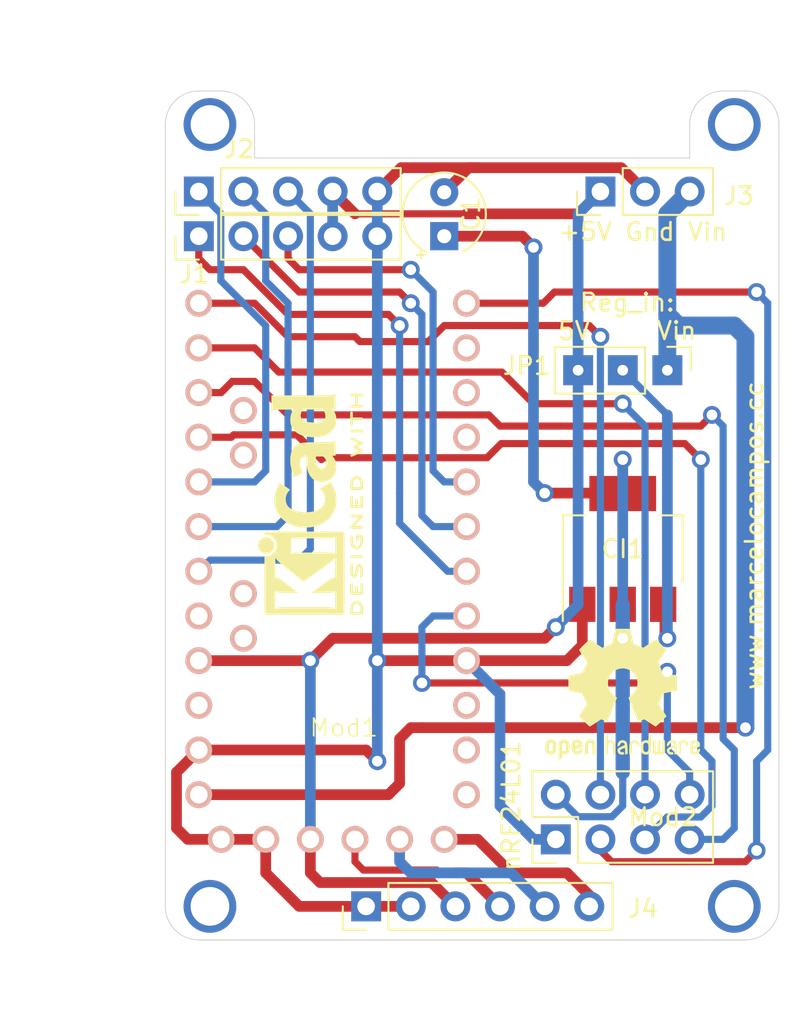
<source format=kicad_pcb>
(kicad_pcb (version 20171130) (host pcbnew "(5.1.6)-1")

  (general
    (thickness 1.6)
    (drawings 27)
    (tracks 247)
    (zones 0)
    (modules 15)
    (nets 33)
  )

  (page A4)
  (layers
    (0 F.Cu signal)
    (31 B.Cu signal)
    (36 B.SilkS user)
    (37 F.SilkS user)
    (38 B.Mask user)
    (39 F.Mask user)
    (42 Eco1.User user)
    (44 Edge.Cuts user)
    (45 Margin user)
    (46 B.CrtYd user)
    (47 F.CrtYd user)
  )

  (setup
    (last_trace_width 0.25)
    (user_trace_width 0.3048)
    (user_trace_width 0.4064)
    (user_trace_width 0.6096)
    (user_trace_width 0.8128)
    (user_trace_width 1.016)
    (user_trace_width 1.524)
    (trace_clearance 0.2)
    (zone_clearance 0.508)
    (zone_45_only no)
    (trace_min 0.2)
    (via_size 0.8)
    (via_drill 0.4)
    (via_min_size 0.4)
    (via_min_drill 0.3)
    (user_via 0.8128 0.6096)
    (user_via 1.016 0.6096)
    (uvia_size 0.3)
    (uvia_drill 0.1)
    (uvias_allowed no)
    (uvia_min_size 0.2)
    (uvia_min_drill 0.1)
    (edge_width 0.05)
    (segment_width 0.2)
    (pcb_text_width 0.3)
    (pcb_text_size 1.5 1.5)
    (mod_edge_width 0.12)
    (mod_text_size 1 1)
    (mod_text_width 0.15)
    (pad_size 1.524 1.524)
    (pad_drill 1)
    (pad_to_mask_clearance 0.05)
    (aux_axis_origin 0 0)
    (visible_elements 7FFFFFFF)
    (pcbplotparams
      (layerselection 0x010f0_ffffffff)
      (usegerberextensions false)
      (usegerberattributes true)
      (usegerberadvancedattributes true)
      (creategerberjobfile true)
      (excludeedgelayer true)
      (linewidth 0.100000)
      (plotframeref false)
      (viasonmask false)
      (mode 1)
      (useauxorigin false)
      (hpglpennumber 1)
      (hpglpenspeed 20)
      (hpglpendiameter 15.000000)
      (psnegative false)
      (psa4output false)
      (plotreference true)
      (plotvalue false)
      (plotinvisibletext false)
      (padsonsilk false)
      (subtractmaskfromsilk false)
      (outputformat 1)
      (mirror false)
      (drillshape 0)
      (scaleselection 1)
      (outputdirectory "Gerbers/"))
  )

  (net 0 "")
  (net 1 "Net-(C1-Pad1)")
  (net 2 "Net-(CI1-Pad3)")
  (net 3 Earth)
  (net 4 "Net-(J1-Pad1)")
  (net 5 "Net-(J1-Pad2)")
  (net 6 "Net-(J1-Pad3)")
  (net 7 "Net-(J1-Pad4)")
  (net 8 "Net-(J2-Pad3)")
  (net 9 "Net-(J2-Pad2)")
  (net 10 "Net-(J2-Pad1)")
  (net 11 "Net-(Mod1-Pad7)")
  (net 12 "Net-(Mod1-Pad8)")
  (net 13 "Net-(Mod1-Pad9)")
  (net 14 /~IRQ)
  (net 15 "Net-(Mod1-Pad15)")
  (net 16 "Net-(Mod1-Pad16)")
  (net 17 "Net-(Mod1-Pad17)")
  (net 18 /CE)
  (net 19 "Net-(Mod1-Pad21)")
  (net 20 "Net-(Mod1-Pad23)")
  (net 21 /SCK)
  (net 22 /MISO)
  (net 23 /MOSI)
  (net 24 /CSN-CS)
  (net 25 "Net-(J3-Pad3)")
  (net 26 "Net-(J4-Pad4)")
  (net 27 "Net-(J4-Pad5)")
  (net 28 "Net-(J4-Pad6)")
  (net 29 "Net-(J11-Pad1)")
  (net 30 "Net-(J12-Pad1)")
  (net 31 "Net-(J13-Pad1)")
  (net 32 "Net-(J14-Pad1)")

  (net_class Default "This is the default net class."
    (clearance 0.2)
    (trace_width 0.25)
    (via_dia 0.8)
    (via_drill 0.4)
    (uvia_dia 0.3)
    (uvia_drill 0.1)
    (add_net /CE)
    (add_net /CSN-CS)
    (add_net /MISO)
    (add_net /MOSI)
    (add_net /SCK)
    (add_net /~IRQ)
    (add_net Earth)
    (add_net "Net-(C1-Pad1)")
    (add_net "Net-(CI1-Pad3)")
    (add_net "Net-(J1-Pad1)")
    (add_net "Net-(J1-Pad2)")
    (add_net "Net-(J1-Pad3)")
    (add_net "Net-(J1-Pad4)")
    (add_net "Net-(J11-Pad1)")
    (add_net "Net-(J12-Pad1)")
    (add_net "Net-(J13-Pad1)")
    (add_net "Net-(J14-Pad1)")
    (add_net "Net-(J2-Pad1)")
    (add_net "Net-(J2-Pad2)")
    (add_net "Net-(J2-Pad3)")
    (add_net "Net-(J3-Pad3)")
    (add_net "Net-(J4-Pad4)")
    (add_net "Net-(J4-Pad5)")
    (add_net "Net-(J4-Pad6)")
    (add_net "Net-(Mod1-Pad15)")
    (add_net "Net-(Mod1-Pad16)")
    (add_net "Net-(Mod1-Pad17)")
    (add_net "Net-(Mod1-Pad21)")
    (add_net "Net-(Mod1-Pad23)")
    (add_net "Net-(Mod1-Pad7)")
    (add_net "Net-(Mod1-Pad8)")
    (add_net "Net-(Mod1-Pad9)")
  )

  (module Symbol:KiCad-Logo2_5mm_SilkScreen (layer F.Cu) (tedit 0) (tstamp 5FE689B8)
    (at 70.485 76.2 90)
    (descr "KiCad Logo")
    (tags "Logo KiCad")
    (attr virtual)
    (fp_text reference REF** (at 0 -5.08 90) (layer F.SilkS) hide
      (effects (font (size 1 1) (thickness 0.15)))
    )
    (fp_text value KiCad-Logo2_5mm_SilkScreen (at 0 5.08 90) (layer F.Fab) hide
      (effects (font (size 1 1) (thickness 0.15)))
    )
    (fp_poly (pts (xy 6.228823 2.274533) (xy 6.260202 2.296776) (xy 6.287911 2.324485) (xy 6.287911 2.63392)
      (xy 6.287838 2.725799) (xy 6.287495 2.79784) (xy 6.286692 2.85278) (xy 6.285241 2.89336)
      (xy 6.282952 2.922317) (xy 6.279636 2.942391) (xy 6.275105 2.956321) (xy 6.269169 2.966845)
      (xy 6.264514 2.9731) (xy 6.233783 2.997673) (xy 6.198496 3.000341) (xy 6.166245 2.985271)
      (xy 6.155588 2.976374) (xy 6.148464 2.964557) (xy 6.144167 2.945526) (xy 6.141991 2.914992)
      (xy 6.141228 2.868662) (xy 6.141155 2.832871) (xy 6.141155 2.698045) (xy 5.644444 2.698045)
      (xy 5.644444 2.8207) (xy 5.643931 2.876787) (xy 5.641876 2.915333) (xy 5.637508 2.941361)
      (xy 5.630056 2.959897) (xy 5.621047 2.9731) (xy 5.590144 2.997604) (xy 5.555196 3.000506)
      (xy 5.521738 2.983089) (xy 5.512604 2.973959) (xy 5.506152 2.961855) (xy 5.501897 2.943001)
      (xy 5.499352 2.91362) (xy 5.498029 2.869937) (xy 5.497443 2.808175) (xy 5.497375 2.794)
      (xy 5.496891 2.677631) (xy 5.496641 2.581727) (xy 5.496723 2.504177) (xy 5.497231 2.442869)
      (xy 5.498262 2.39569) (xy 5.499913 2.36053) (xy 5.502279 2.335276) (xy 5.505457 2.317817)
      (xy 5.509544 2.306041) (xy 5.514634 2.297835) (xy 5.520266 2.291645) (xy 5.552128 2.271844)
      (xy 5.585357 2.274533) (xy 5.616735 2.296776) (xy 5.629433 2.311126) (xy 5.637526 2.326978)
      (xy 5.642042 2.349554) (xy 5.644006 2.384078) (xy 5.644444 2.435776) (xy 5.644444 2.551289)
      (xy 6.141155 2.551289) (xy 6.141155 2.432756) (xy 6.141662 2.378148) (xy 6.143698 2.341275)
      (xy 6.148035 2.317307) (xy 6.155447 2.301415) (xy 6.163733 2.291645) (xy 6.195594 2.271844)
      (xy 6.228823 2.274533)) (layer F.SilkS) (width 0.01))
    (fp_poly (pts (xy 4.963065 2.269163) (xy 5.041772 2.269542) (xy 5.102863 2.270333) (xy 5.148817 2.27167)
      (xy 5.182114 2.273683) (xy 5.205236 2.276506) (xy 5.220662 2.280269) (xy 5.230871 2.285105)
      (xy 5.235813 2.288822) (xy 5.261457 2.321358) (xy 5.264559 2.355138) (xy 5.248711 2.385826)
      (xy 5.238348 2.398089) (xy 5.227196 2.40645) (xy 5.211035 2.411657) (xy 5.185642 2.414457)
      (xy 5.146798 2.415596) (xy 5.09028 2.415821) (xy 5.07918 2.415822) (xy 4.933244 2.415822)
      (xy 4.933244 2.686756) (xy 4.933148 2.772154) (xy 4.932711 2.837864) (xy 4.931712 2.886774)
      (xy 4.929928 2.921773) (xy 4.927137 2.945749) (xy 4.923117 2.961593) (xy 4.917645 2.972191)
      (xy 4.910666 2.980267) (xy 4.877734 3.000112) (xy 4.843354 2.998548) (xy 4.812176 2.975906)
      (xy 4.809886 2.9731) (xy 4.802429 2.962492) (xy 4.796747 2.950081) (xy 4.792601 2.93285)
      (xy 4.78975 2.907784) (xy 4.787954 2.871867) (xy 4.786972 2.822083) (xy 4.786564 2.755417)
      (xy 4.786489 2.679589) (xy 4.786489 2.415822) (xy 4.647127 2.415822) (xy 4.587322 2.415418)
      (xy 4.545918 2.41384) (xy 4.518748 2.410547) (xy 4.501646 2.404992) (xy 4.490443 2.396631)
      (xy 4.489083 2.395178) (xy 4.472725 2.361939) (xy 4.474172 2.324362) (xy 4.492978 2.291645)
      (xy 4.50025 2.285298) (xy 4.509627 2.280266) (xy 4.523609 2.276396) (xy 4.544696 2.273537)
      (xy 4.575389 2.271535) (xy 4.618189 2.270239) (xy 4.675595 2.269498) (xy 4.75011 2.269158)
      (xy 4.844233 2.269068) (xy 4.86426 2.269067) (xy 4.963065 2.269163)) (layer F.SilkS) (width 0.01))
    (fp_poly (pts (xy 4.188614 2.275877) (xy 4.212327 2.290647) (xy 4.238978 2.312227) (xy 4.238978 2.633773)
      (xy 4.238893 2.72783) (xy 4.238529 2.801932) (xy 4.237724 2.858704) (xy 4.236313 2.900768)
      (xy 4.234133 2.930748) (xy 4.231021 2.951267) (xy 4.226814 2.964949) (xy 4.221348 2.974416)
      (xy 4.217472 2.979082) (xy 4.186034 2.999575) (xy 4.150233 2.998739) (xy 4.118873 2.981264)
      (xy 4.092222 2.959684) (xy 4.092222 2.312227) (xy 4.118873 2.290647) (xy 4.144594 2.274949)
      (xy 4.1656 2.269067) (xy 4.188614 2.275877)) (layer F.SilkS) (width 0.01))
    (fp_poly (pts (xy 3.744665 2.271034) (xy 3.764255 2.278035) (xy 3.76501 2.278377) (xy 3.791613 2.298678)
      (xy 3.80627 2.319561) (xy 3.809138 2.329352) (xy 3.808996 2.342361) (xy 3.804961 2.360895)
      (xy 3.796146 2.387257) (xy 3.781669 2.423752) (xy 3.760645 2.472687) (xy 3.732188 2.536365)
      (xy 3.695415 2.617093) (xy 3.675175 2.661216) (xy 3.638625 2.739985) (xy 3.604315 2.812423)
      (xy 3.573552 2.87588) (xy 3.547648 2.927708) (xy 3.52791 2.965259) (xy 3.51565 2.985884)
      (xy 3.513224 2.988733) (xy 3.482183 3.001302) (xy 3.447121 2.999619) (xy 3.419 2.984332)
      (xy 3.417854 2.983089) (xy 3.406668 2.966154) (xy 3.387904 2.93317) (xy 3.363875 2.88838)
      (xy 3.336897 2.836032) (xy 3.327201 2.816742) (xy 3.254014 2.67015) (xy 3.17424 2.829393)
      (xy 3.145767 2.884415) (xy 3.11935 2.932132) (xy 3.097148 2.968893) (xy 3.081319 2.991044)
      (xy 3.075954 2.995741) (xy 3.034257 3.002102) (xy 2.999849 2.988733) (xy 2.989728 2.974446)
      (xy 2.972214 2.942692) (xy 2.948735 2.896597) (xy 2.92072 2.839285) (xy 2.889599 2.77388)
      (xy 2.856799 2.703507) (xy 2.82375 2.631291) (xy 2.791881 2.560355) (xy 2.762619 2.493825)
      (xy 2.737395 2.434826) (xy 2.717636 2.386481) (xy 2.704772 2.351915) (xy 2.700231 2.334253)
      (xy 2.700277 2.333613) (xy 2.711326 2.311388) (xy 2.73341 2.288753) (xy 2.73471 2.287768)
      (xy 2.761853 2.272425) (xy 2.786958 2.272574) (xy 2.796368 2.275466) (xy 2.807834 2.281718)
      (xy 2.82001 2.294014) (xy 2.834357 2.314908) (xy 2.852336 2.346949) (xy 2.875407 2.392688)
      (xy 2.90503 2.454677) (xy 2.931745 2.511898) (xy 2.96248 2.578226) (xy 2.990021 2.637874)
      (xy 3.012938 2.687725) (xy 3.029798 2.724664) (xy 3.039173 2.745573) (xy 3.04054 2.748845)
      (xy 3.046689 2.743497) (xy 3.060822 2.721109) (xy 3.081057 2.684946) (xy 3.105515 2.638277)
      (xy 3.115248 2.619022) (xy 3.148217 2.554004) (xy 3.173643 2.506654) (xy 3.193612 2.474219)
      (xy 3.21021 2.453946) (xy 3.225524 2.443082) (xy 3.24164 2.438875) (xy 3.252143 2.4384)
      (xy 3.27067 2.440042) (xy 3.286904 2.446831) (xy 3.303035 2.461566) (xy 3.321251 2.487044)
      (xy 3.343739 2.526061) (xy 3.372689 2.581414) (xy 3.388662 2.612903) (xy 3.41457 2.663087)
      (xy 3.437167 2.704704) (xy 3.454458 2.734242) (xy 3.46445 2.748189) (xy 3.465809 2.74877)
      (xy 3.472261 2.737793) (xy 3.486708 2.70929) (xy 3.507703 2.666244) (xy 3.533797 2.611638)
      (xy 3.563546 2.548454) (xy 3.57818 2.517071) (xy 3.61625 2.436078) (xy 3.646905 2.373756)
      (xy 3.671737 2.328071) (xy 3.692337 2.296989) (xy 3.710298 2.278478) (xy 3.72721 2.270504)
      (xy 3.744665 2.271034)) (layer F.SilkS) (width 0.01))
    (fp_poly (pts (xy 1.018309 2.269275) (xy 1.147288 2.273636) (xy 1.256991 2.286861) (xy 1.349226 2.309741)
      (xy 1.425802 2.34307) (xy 1.488527 2.387638) (xy 1.539212 2.444236) (xy 1.579663 2.513658)
      (xy 1.580459 2.515351) (xy 1.604601 2.577483) (xy 1.613203 2.632509) (xy 1.606231 2.687887)
      (xy 1.583654 2.751073) (xy 1.579372 2.760689) (xy 1.550172 2.816966) (xy 1.517356 2.860451)
      (xy 1.475002 2.897417) (xy 1.41719 2.934135) (xy 1.413831 2.936052) (xy 1.363504 2.960227)
      (xy 1.306621 2.978282) (xy 1.239527 2.990839) (xy 1.158565 2.998522) (xy 1.060082 3.001953)
      (xy 1.025286 3.002251) (xy 0.859594 3.002845) (xy 0.836197 2.9731) (xy 0.829257 2.963319)
      (xy 0.823842 2.951897) (xy 0.819765 2.936095) (xy 0.816837 2.913175) (xy 0.814867 2.880396)
      (xy 0.814225 2.856089) (xy 0.970844 2.856089) (xy 1.064726 2.856089) (xy 1.119664 2.854483)
      (xy 1.17606 2.850255) (xy 1.222345 2.844292) (xy 1.225139 2.84379) (xy 1.307348 2.821736)
      (xy 1.371114 2.7886) (xy 1.418452 2.742847) (xy 1.451382 2.682939) (xy 1.457108 2.667061)
      (xy 1.462721 2.642333) (xy 1.460291 2.617902) (xy 1.448467 2.5854) (xy 1.44134 2.569434)
      (xy 1.418 2.527006) (xy 1.38988 2.49724) (xy 1.35894 2.476511) (xy 1.296966 2.449537)
      (xy 1.217651 2.429998) (xy 1.125253 2.418746) (xy 1.058333 2.41627) (xy 0.970844 2.415822)
      (xy 0.970844 2.856089) (xy 0.814225 2.856089) (xy 0.813668 2.835021) (xy 0.81305 2.774311)
      (xy 0.812825 2.695526) (xy 0.8128 2.63392) (xy 0.8128 2.324485) (xy 0.840509 2.296776)
      (xy 0.852806 2.285544) (xy 0.866103 2.277853) (xy 0.884672 2.27304) (xy 0.912786 2.270446)
      (xy 0.954717 2.26941) (xy 1.014737 2.26927) (xy 1.018309 2.269275)) (layer F.SilkS) (width 0.01))
    (fp_poly (pts (xy 0.230343 2.26926) (xy 0.306701 2.270174) (xy 0.365217 2.272311) (xy 0.408255 2.276175)
      (xy 0.438183 2.282267) (xy 0.457368 2.29109) (xy 0.468176 2.303146) (xy 0.472973 2.318939)
      (xy 0.474127 2.33897) (xy 0.474133 2.341335) (xy 0.473131 2.363992) (xy 0.468396 2.381503)
      (xy 0.457333 2.394574) (xy 0.437348 2.403913) (xy 0.405846 2.410227) (xy 0.360232 2.414222)
      (xy 0.297913 2.416606) (xy 0.216293 2.418086) (xy 0.191277 2.418414) (xy -0.0508 2.421467)
      (xy -0.054186 2.486378) (xy -0.057571 2.551289) (xy 0.110576 2.551289) (xy 0.176266 2.551531)
      (xy 0.223172 2.552556) (xy 0.255083 2.554811) (xy 0.275791 2.558742) (xy 0.289084 2.564798)
      (xy 0.298755 2.573424) (xy 0.298817 2.573493) (xy 0.316356 2.607112) (xy 0.315722 2.643448)
      (xy 0.297314 2.674423) (xy 0.293671 2.677607) (xy 0.280741 2.685812) (xy 0.263024 2.691521)
      (xy 0.23657 2.695162) (xy 0.197432 2.697167) (xy 0.141662 2.697964) (xy 0.105994 2.698045)
      (xy -0.056445 2.698045) (xy -0.056445 2.856089) (xy 0.190161 2.856089) (xy 0.27158 2.856231)
      (xy 0.33341 2.856814) (xy 0.378637 2.858068) (xy 0.410248 2.860227) (xy 0.431231 2.863523)
      (xy 0.444573 2.868189) (xy 0.453261 2.874457) (xy 0.45545 2.876733) (xy 0.471614 2.90828)
      (xy 0.472797 2.944168) (xy 0.459536 2.975285) (xy 0.449043 2.985271) (xy 0.438129 2.990769)
      (xy 0.421217 2.995022) (xy 0.395633 2.99818) (xy 0.358701 3.000392) (xy 0.307746 3.001806)
      (xy 0.240094 3.002572) (xy 0.153069 3.002838) (xy 0.133394 3.002845) (xy 0.044911 3.002787)
      (xy -0.023773 3.002467) (xy -0.075436 3.001667) (xy -0.112855 3.000167) (xy -0.13881 2.997749)
      (xy -0.156078 2.994194) (xy -0.167438 2.989282) (xy -0.175668 2.982795) (xy -0.180183 2.978138)
      (xy -0.186979 2.969889) (xy -0.192288 2.959669) (xy -0.196294 2.9448) (xy -0.199179 2.922602)
      (xy -0.201126 2.890393) (xy -0.202319 2.845496) (xy -0.202939 2.785228) (xy -0.203171 2.706911)
      (xy -0.2032 2.640994) (xy -0.203129 2.548628) (xy -0.202792 2.476117) (xy -0.202002 2.420737)
      (xy -0.200574 2.379765) (xy -0.198321 2.350478) (xy -0.195057 2.330153) (xy -0.190596 2.316066)
      (xy -0.184752 2.305495) (xy -0.179803 2.298811) (xy -0.156406 2.269067) (xy 0.133774 2.269067)
      (xy 0.230343 2.26926)) (layer F.SilkS) (width 0.01))
    (fp_poly (pts (xy -1.300114 2.273448) (xy -1.276548 2.287273) (xy -1.245735 2.309881) (xy -1.206078 2.342338)
      (xy -1.15598 2.385708) (xy -1.093843 2.441058) (xy -1.018072 2.509451) (xy -0.931334 2.588084)
      (xy -0.750711 2.751878) (xy -0.745067 2.532029) (xy -0.743029 2.456351) (xy -0.741063 2.399994)
      (xy -0.738734 2.359706) (xy -0.735606 2.332235) (xy -0.731245 2.314329) (xy -0.725216 2.302737)
      (xy -0.717084 2.294208) (xy -0.712772 2.290623) (xy -0.678241 2.27167) (xy -0.645383 2.274441)
      (xy -0.619318 2.290633) (xy -0.592667 2.312199) (xy -0.589352 2.627151) (xy -0.588435 2.719779)
      (xy -0.587968 2.792544) (xy -0.588113 2.848161) (xy -0.589032 2.889342) (xy -0.590887 2.918803)
      (xy -0.593839 2.939255) (xy -0.59805 2.953413) (xy -0.603682 2.963991) (xy -0.609927 2.972474)
      (xy -0.623439 2.988207) (xy -0.636883 2.998636) (xy -0.652124 3.002639) (xy -0.671026 2.999094)
      (xy -0.695455 2.986879) (xy -0.727273 2.964871) (xy -0.768348 2.931949) (xy -0.820542 2.886991)
      (xy -0.885722 2.828875) (xy -0.959556 2.762099) (xy -1.224845 2.521458) (xy -1.230489 2.740589)
      (xy -1.232531 2.816128) (xy -1.234502 2.872354) (xy -1.236839 2.912524) (xy -1.239981 2.939896)
      (xy -1.244364 2.957728) (xy -1.250424 2.969279) (xy -1.2586 2.977807) (xy -1.262784 2.981282)
      (xy -1.299765 3.000372) (xy -1.334708 2.997493) (xy -1.365136 2.9731) (xy -1.372097 2.963286)
      (xy -1.377523 2.951826) (xy -1.381603 2.935968) (xy -1.384529 2.912963) (xy -1.386492 2.880062)
      (xy -1.387683 2.834516) (xy -1.388292 2.773573) (xy -1.388511 2.694486) (xy -1.388534 2.635956)
      (xy -1.38846 2.544407) (xy -1.388113 2.472687) (xy -1.387301 2.418045) (xy -1.385833 2.377732)
      (xy -1.383519 2.348998) (xy -1.380167 2.329093) (xy -1.375588 2.315268) (xy -1.369589 2.304772)
      (xy -1.365136 2.298811) (xy -1.35385 2.284691) (xy -1.343301 2.274029) (xy -1.331893 2.267892)
      (xy -1.31803 2.267343) (xy -1.300114 2.273448)) (layer F.SilkS) (width 0.01))
    (fp_poly (pts (xy -1.950081 2.274599) (xy -1.881565 2.286095) (xy -1.828943 2.303967) (xy -1.794708 2.327499)
      (xy -1.785379 2.340924) (xy -1.775893 2.372148) (xy -1.782277 2.400395) (xy -1.80243 2.427182)
      (xy -1.833745 2.439713) (xy -1.879183 2.438696) (xy -1.914326 2.431906) (xy -1.992419 2.418971)
      (xy -2.072226 2.417742) (xy -2.161555 2.428241) (xy -2.186229 2.43269) (xy -2.269291 2.456108)
      (xy -2.334273 2.490945) (xy -2.380461 2.536604) (xy -2.407145 2.592494) (xy -2.412663 2.621388)
      (xy -2.409051 2.680012) (xy -2.385729 2.731879) (xy -2.344824 2.775978) (xy -2.288459 2.811299)
      (xy -2.21876 2.836829) (xy -2.137852 2.851559) (xy -2.04786 2.854478) (xy -1.95091 2.844575)
      (xy -1.945436 2.843641) (xy -1.906875 2.836459) (xy -1.885494 2.829521) (xy -1.876227 2.819227)
      (xy -1.874006 2.801976) (xy -1.873956 2.792841) (xy -1.873956 2.754489) (xy -1.942431 2.754489)
      (xy -2.0029 2.750347) (xy -2.044165 2.737147) (xy -2.068175 2.71373) (xy -2.076877 2.678936)
      (xy -2.076983 2.674394) (xy -2.071892 2.644654) (xy -2.054433 2.623419) (xy -2.021939 2.609366)
      (xy -1.971743 2.601173) (xy -1.923123 2.598161) (xy -1.852456 2.596433) (xy -1.801198 2.59907)
      (xy -1.766239 2.6088) (xy -1.74447 2.628353) (xy -1.73278 2.660456) (xy -1.72806 2.707838)
      (xy -1.7272 2.770071) (xy -1.728609 2.839535) (xy -1.732848 2.886786) (xy -1.739936 2.912012)
      (xy -1.741311 2.913988) (xy -1.780228 2.945508) (xy -1.837286 2.97047) (xy -1.908869 2.98834)
      (xy -1.991358 2.998586) (xy -2.081139 3.000673) (xy -2.174592 2.994068) (xy -2.229556 2.985956)
      (xy -2.315766 2.961554) (xy -2.395892 2.921662) (xy -2.462977 2.869887) (xy -2.473173 2.859539)
      (xy -2.506302 2.816035) (xy -2.536194 2.762118) (xy -2.559357 2.705592) (xy -2.572298 2.654259)
      (xy -2.573858 2.634544) (xy -2.567218 2.593419) (xy -2.549568 2.542252) (xy -2.524297 2.488394)
      (xy -2.494789 2.439195) (xy -2.468719 2.406334) (xy -2.407765 2.357452) (xy -2.328969 2.318545)
      (xy -2.235157 2.290494) (xy -2.12915 2.274179) (xy -2.032 2.270192) (xy -1.950081 2.274599)) (layer F.SilkS) (width 0.01))
    (fp_poly (pts (xy -2.923822 2.291645) (xy -2.917242 2.299218) (xy -2.912079 2.308987) (xy -2.908164 2.323571)
      (xy -2.905324 2.345585) (xy -2.903387 2.377648) (xy -2.902183 2.422375) (xy -2.901539 2.482385)
      (xy -2.901284 2.560294) (xy -2.901245 2.635956) (xy -2.901314 2.729802) (xy -2.901638 2.803689)
      (xy -2.902386 2.860232) (xy -2.903732 2.902049) (xy -2.905846 2.931757) (xy -2.9089 2.951973)
      (xy -2.913066 2.965314) (xy -2.918516 2.974398) (xy -2.923822 2.980267) (xy -2.956826 2.999947)
      (xy -2.991991 2.998181) (xy -3.023455 2.976717) (xy -3.030684 2.968337) (xy -3.036334 2.958614)
      (xy -3.040599 2.944861) (xy -3.043673 2.924389) (xy -3.045752 2.894512) (xy -3.04703 2.852541)
      (xy -3.047701 2.795789) (xy -3.047959 2.721567) (xy -3.048 2.637537) (xy -3.048 2.324485)
      (xy -3.020291 2.296776) (xy -2.986137 2.273463) (xy -2.953006 2.272623) (xy -2.923822 2.291645)) (layer F.SilkS) (width 0.01))
    (fp_poly (pts (xy -3.691703 2.270351) (xy -3.616888 2.275581) (xy -3.547306 2.28375) (xy -3.487002 2.29455)
      (xy -3.44002 2.307673) (xy -3.410406 2.322813) (xy -3.40586 2.327269) (xy -3.390054 2.36185)
      (xy -3.394847 2.397351) (xy -3.419364 2.427725) (xy -3.420534 2.428596) (xy -3.434954 2.437954)
      (xy -3.450008 2.442876) (xy -3.471005 2.443473) (xy -3.503257 2.439861) (xy -3.552073 2.432154)
      (xy -3.556 2.431505) (xy -3.628739 2.422569) (xy -3.707217 2.418161) (xy -3.785927 2.418119)
      (xy -3.859361 2.422279) (xy -3.922011 2.430479) (xy -3.96837 2.442557) (xy -3.971416 2.443771)
      (xy -4.005048 2.462615) (xy -4.016864 2.481685) (xy -4.007614 2.500439) (xy -3.978047 2.518337)
      (xy -3.928911 2.534837) (xy -3.860957 2.549396) (xy -3.815645 2.556406) (xy -3.721456 2.569889)
      (xy -3.646544 2.582214) (xy -3.587717 2.594449) (xy -3.541785 2.607661) (xy -3.505555 2.622917)
      (xy -3.475838 2.641285) (xy -3.449442 2.663831) (xy -3.42823 2.685971) (xy -3.403065 2.716819)
      (xy -3.390681 2.743345) (xy -3.386808 2.776026) (xy -3.386667 2.787995) (xy -3.389576 2.827712)
      (xy -3.401202 2.857259) (xy -3.421323 2.883486) (xy -3.462216 2.923576) (xy -3.507817 2.954149)
      (xy -3.561513 2.976203) (xy -3.626692 2.990735) (xy -3.706744 2.998741) (xy -3.805057 3.001218)
      (xy -3.821289 3.001177) (xy -3.886849 2.999818) (xy -3.951866 2.99673) (xy -4.009252 2.992356)
      (xy -4.051922 2.98714) (xy -4.055372 2.986541) (xy -4.097796 2.976491) (xy -4.13378 2.963796)
      (xy -4.15415 2.95219) (xy -4.173107 2.921572) (xy -4.174427 2.885918) (xy -4.158085 2.854144)
      (xy -4.154429 2.850551) (xy -4.139315 2.839876) (xy -4.120415 2.835276) (xy -4.091162 2.836059)
      (xy -4.055651 2.840127) (xy -4.01597 2.843762) (xy -3.960345 2.846828) (xy -3.895406 2.849053)
      (xy -3.827785 2.850164) (xy -3.81 2.850237) (xy -3.742128 2.849964) (xy -3.692454 2.848646)
      (xy -3.65661 2.845827) (xy -3.630224 2.84105) (xy -3.608926 2.833857) (xy -3.596126 2.827867)
      (xy -3.568 2.811233) (xy -3.550068 2.796168) (xy -3.547447 2.791897) (xy -3.552976 2.774263)
      (xy -3.57926 2.757192) (xy -3.624478 2.741458) (xy -3.686808 2.727838) (xy -3.705171 2.724804)
      (xy -3.80109 2.709738) (xy -3.877641 2.697146) (xy -3.93778 2.686111) (xy -3.98446 2.67572)
      (xy -4.020637 2.665056) (xy -4.049265 2.653205) (xy -4.073298 2.639251) (xy -4.095692 2.622281)
      (xy -4.119402 2.601378) (xy -4.12738 2.594049) (xy -4.155353 2.566699) (xy -4.17016 2.545029)
      (xy -4.175952 2.520232) (xy -4.176889 2.488983) (xy -4.166575 2.427705) (xy -4.135752 2.37564)
      (xy -4.084595 2.332958) (xy -4.013283 2.299825) (xy -3.9624 2.284964) (xy -3.9071 2.275366)
      (xy -3.840853 2.269936) (xy -3.767706 2.268367) (xy -3.691703 2.270351)) (layer F.SilkS) (width 0.01))
    (fp_poly (pts (xy -4.712794 2.269146) (xy -4.643386 2.269518) (xy -4.590997 2.270385) (xy -4.552847 2.271946)
      (xy -4.526159 2.274403) (xy -4.508153 2.277957) (xy -4.496049 2.28281) (xy -4.487069 2.289161)
      (xy -4.483818 2.292084) (xy -4.464043 2.323142) (xy -4.460482 2.358828) (xy -4.473491 2.39051)
      (xy -4.479506 2.396913) (xy -4.489235 2.403121) (xy -4.504901 2.40791) (xy -4.529408 2.411514)
      (xy -4.565661 2.414164) (xy -4.616565 2.416095) (xy -4.685026 2.417539) (xy -4.747617 2.418418)
      (xy -4.995334 2.421467) (xy -4.998719 2.486378) (xy -5.002105 2.551289) (xy -4.833958 2.551289)
      (xy -4.760959 2.551919) (xy -4.707517 2.554553) (xy -4.670628 2.560309) (xy -4.647288 2.570304)
      (xy -4.634494 2.585656) (xy -4.629242 2.607482) (xy -4.628445 2.627738) (xy -4.630923 2.652592)
      (xy -4.640277 2.670906) (xy -4.659383 2.683637) (xy -4.691118 2.691741) (xy -4.738359 2.696176)
      (xy -4.803983 2.697899) (xy -4.839801 2.698045) (xy -5.000978 2.698045) (xy -5.000978 2.856089)
      (xy -4.752622 2.856089) (xy -4.671213 2.856202) (xy -4.609342 2.856712) (xy -4.563968 2.85787)
      (xy -4.532054 2.85993) (xy -4.510559 2.863146) (xy -4.496443 2.867772) (xy -4.486668 2.874059)
      (xy -4.481689 2.878667) (xy -4.46461 2.90556) (xy -4.459111 2.929467) (xy -4.466963 2.958667)
      (xy -4.481689 2.980267) (xy -4.489546 2.987066) (xy -4.499688 2.992346) (xy -4.514844 2.996298)
      (xy -4.537741 2.999113) (xy -4.571109 3.000982) (xy -4.617675 3.002098) (xy -4.680167 3.002651)
      (xy -4.761314 3.002833) (xy -4.803422 3.002845) (xy -4.893598 3.002765) (xy -4.963924 3.002398)
      (xy -5.017129 3.001552) (xy -5.05594 3.000036) (xy -5.083087 2.997659) (xy -5.101298 2.994229)
      (xy -5.1133 2.989554) (xy -5.121822 2.983444) (xy -5.125156 2.980267) (xy -5.131755 2.97267)
      (xy -5.136927 2.96287) (xy -5.140846 2.948239) (xy -5.143684 2.926152) (xy -5.145615 2.893982)
      (xy -5.146812 2.849103) (xy -5.147448 2.788889) (xy -5.147697 2.710713) (xy -5.147734 2.637923)
      (xy -5.1477 2.544707) (xy -5.147465 2.471431) (xy -5.14683 2.415458) (xy -5.145594 2.374151)
      (xy -5.143556 2.344872) (xy -5.140517 2.324984) (xy -5.136277 2.31185) (xy -5.130635 2.302832)
      (xy -5.123391 2.295293) (xy -5.121606 2.293612) (xy -5.112945 2.286172) (xy -5.102882 2.280409)
      (xy -5.088625 2.276112) (xy -5.067383 2.273064) (xy -5.036364 2.271051) (xy -4.992777 2.26986)
      (xy -4.933831 2.269275) (xy -4.856734 2.269083) (xy -4.802001 2.269067) (xy -4.712794 2.269146)) (layer F.SilkS) (width 0.01))
    (fp_poly (pts (xy -6.121371 2.269066) (xy -6.081889 2.269467) (xy -5.9662 2.272259) (xy -5.869311 2.28055)
      (xy -5.787919 2.295232) (xy -5.718723 2.317193) (xy -5.65842 2.347322) (xy -5.603708 2.38651)
      (xy -5.584167 2.403532) (xy -5.55175 2.443363) (xy -5.52252 2.497413) (xy -5.499991 2.557323)
      (xy -5.487679 2.614739) (xy -5.4864 2.635956) (xy -5.494417 2.694769) (xy -5.515899 2.759013)
      (xy -5.546999 2.819821) (xy -5.583866 2.86833) (xy -5.589854 2.874182) (xy -5.640579 2.915321)
      (xy -5.696125 2.947435) (xy -5.759696 2.971365) (xy -5.834494 2.987953) (xy -5.923722 2.998041)
      (xy -6.030582 3.002469) (xy -6.079528 3.002845) (xy -6.141762 3.002545) (xy -6.185528 3.001292)
      (xy -6.214931 2.998554) (xy -6.234079 2.993801) (xy -6.247077 2.986501) (xy -6.254045 2.980267)
      (xy -6.260626 2.972694) (xy -6.265788 2.962924) (xy -6.269703 2.94834) (xy -6.272543 2.926326)
      (xy -6.27448 2.894264) (xy -6.275684 2.849536) (xy -6.276328 2.789526) (xy -6.276583 2.711617)
      (xy -6.276622 2.635956) (xy -6.27687 2.535041) (xy -6.276817 2.454427) (xy -6.275857 2.415822)
      (xy -6.129867 2.415822) (xy -6.129867 2.856089) (xy -6.036734 2.856004) (xy -5.980693 2.854396)
      (xy -5.921999 2.850256) (xy -5.873028 2.844464) (xy -5.871538 2.844226) (xy -5.792392 2.82509)
      (xy -5.731002 2.795287) (xy -5.684305 2.752878) (xy -5.654635 2.706961) (xy -5.636353 2.656026)
      (xy -5.637771 2.6082) (xy -5.658988 2.556933) (xy -5.700489 2.503899) (xy -5.757998 2.4646)
      (xy -5.83275 2.438331) (xy -5.882708 2.429035) (xy -5.939416 2.422507) (xy -5.999519 2.417782)
      (xy -6.050639 2.415817) (xy -6.053667 2.415808) (xy -6.129867 2.415822) (xy -6.275857 2.415822)
      (xy -6.27526 2.391851) (xy -6.270998 2.345055) (xy -6.26283 2.311778) (xy -6.249556 2.289759)
      (xy -6.229974 2.276739) (xy -6.202883 2.270457) (xy -6.167082 2.268653) (xy -6.121371 2.269066)) (layer F.SilkS) (width 0.01))
    (fp_poly (pts (xy -2.273043 -2.973429) (xy -2.176768 -2.949191) (xy -2.090184 -2.906359) (xy -2.015373 -2.846581)
      (xy -1.954418 -2.771506) (xy -1.909399 -2.68278) (xy -1.883136 -2.58647) (xy -1.877286 -2.489205)
      (xy -1.89214 -2.395346) (xy -1.92584 -2.307489) (xy -1.976528 -2.22823) (xy -2.042345 -2.160164)
      (xy -2.121434 -2.105888) (xy -2.211934 -2.067998) (xy -2.2632 -2.055574) (xy -2.307698 -2.048053)
      (xy -2.341999 -2.045081) (xy -2.37496 -2.046906) (xy -2.415434 -2.053775) (xy -2.448531 -2.06075)
      (xy -2.541947 -2.092259) (xy -2.625619 -2.143383) (xy -2.697665 -2.212571) (xy -2.7562 -2.298272)
      (xy -2.770148 -2.325511) (xy -2.786586 -2.361878) (xy -2.796894 -2.392418) (xy -2.80246 -2.42455)
      (xy -2.804669 -2.465693) (xy -2.804948 -2.511778) (xy -2.800861 -2.596135) (xy -2.787446 -2.665414)
      (xy -2.762256 -2.726039) (xy -2.722846 -2.784433) (xy -2.684298 -2.828698) (xy -2.612406 -2.894516)
      (xy -2.537313 -2.939947) (xy -2.454562 -2.96715) (xy -2.376928 -2.977424) (xy -2.273043 -2.973429)) (layer F.SilkS) (width 0.01))
    (fp_poly (pts (xy 6.186507 -0.527755) (xy 6.186526 -0.293338) (xy 6.186552 -0.080397) (xy 6.186625 0.112168)
      (xy 6.186782 0.285459) (xy 6.187064 0.440576) (xy 6.187509 0.57862) (xy 6.188156 0.700692)
      (xy 6.189045 0.807894) (xy 6.190213 0.901326) (xy 6.191701 0.98209) (xy 6.193546 1.051286)
      (xy 6.195789 1.110015) (xy 6.198469 1.159379) (xy 6.201623 1.200478) (xy 6.205292 1.234413)
      (xy 6.209513 1.262286) (xy 6.214327 1.285198) (xy 6.219773 1.304249) (xy 6.225888 1.32054)
      (xy 6.232712 1.335173) (xy 6.240285 1.349249) (xy 6.248645 1.363868) (xy 6.253839 1.372974)
      (xy 6.288104 1.433689) (xy 5.429955 1.433689) (xy 5.429955 1.337733) (xy 5.429224 1.29437)
      (xy 5.427272 1.261205) (xy 5.424463 1.243424) (xy 5.423221 1.241778) (xy 5.411799 1.248662)
      (xy 5.389084 1.266505) (xy 5.366385 1.285879) (xy 5.3118 1.326614) (xy 5.242321 1.367617)
      (xy 5.16527 1.405123) (xy 5.087965 1.435364) (xy 5.057113 1.445012) (xy 4.988616 1.459578)
      (xy 4.905764 1.469539) (xy 4.816371 1.474583) (xy 4.728248 1.474396) (xy 4.649207 1.468666)
      (xy 4.611511 1.462858) (xy 4.473414 1.424797) (xy 4.346113 1.367073) (xy 4.230292 1.290211)
      (xy 4.126637 1.194739) (xy 4.035833 1.081179) (xy 3.969031 0.970381) (xy 3.914164 0.853625)
      (xy 3.872163 0.734276) (xy 3.842167 0.608283) (xy 3.823311 0.471594) (xy 3.814732 0.320158)
      (xy 3.814006 0.242711) (xy 3.8161 0.185934) (xy 4.645217 0.185934) (xy 4.645424 0.279002)
      (xy 4.648337 0.366692) (xy 4.654 0.443772) (xy 4.662455 0.505009) (xy 4.665038 0.51735)
      (xy 4.69684 0.624633) (xy 4.738498 0.711658) (xy 4.790363 0.778642) (xy 4.852781 0.825805)
      (xy 4.9261 0.853365) (xy 5.010669 0.861541) (xy 5.106835 0.850551) (xy 5.170311 0.834829)
      (xy 5.219454 0.816639) (xy 5.273583 0.790791) (xy 5.314244 0.767089) (xy 5.3848 0.720721)
      (xy 5.3848 -0.42947) (xy 5.317392 -0.473038) (xy 5.238867 -0.51396) (xy 5.154681 -0.540611)
      (xy 5.069557 -0.552535) (xy 4.988216 -0.549278) (xy 4.91538 -0.530385) (xy 4.883426 -0.514816)
      (xy 4.825501 -0.471819) (xy 4.776544 -0.415047) (xy 4.73539 -0.342425) (xy 4.700874 -0.251879)
      (xy 4.671833 -0.141334) (xy 4.670552 -0.135467) (xy 4.660381 -0.073212) (xy 4.652739 0.004594)
      (xy 4.64767 0.09272) (xy 4.645217 0.185934) (xy 3.8161 0.185934) (xy 3.821857 0.029895)
      (xy 3.843802 -0.165941) (xy 3.879786 -0.344668) (xy 3.929759 -0.506155) (xy 3.993668 -0.650274)
      (xy 4.071462 -0.776894) (xy 4.163089 -0.885885) (xy 4.268497 -0.977117) (xy 4.313662 -1.008068)
      (xy 4.414611 -1.064215) (xy 4.517901 -1.103826) (xy 4.627989 -1.127986) (xy 4.74933 -1.137781)
      (xy 4.841836 -1.136735) (xy 4.97149 -1.125769) (xy 5.084084 -1.103954) (xy 5.182875 -1.070286)
      (xy 5.271121 -1.023764) (xy 5.319986 -0.989552) (xy 5.349353 -0.967638) (xy 5.371043 -0.952667)
      (xy 5.379253 -0.948267) (xy 5.380868 -0.959096) (xy 5.382159 -0.989749) (xy 5.383138 -1.037474)
      (xy 5.383817 -1.099521) (xy 5.38421 -1.173138) (xy 5.38433 -1.255573) (xy 5.384188 -1.344075)
      (xy 5.383797 -1.435893) (xy 5.383171 -1.528276) (xy 5.38232 -1.618472) (xy 5.38126 -1.703729)
      (xy 5.380001 -1.781297) (xy 5.378556 -1.848424) (xy 5.376938 -1.902359) (xy 5.375161 -1.94035)
      (xy 5.374669 -1.947333) (xy 5.367092 -2.017749) (xy 5.355531 -2.072898) (xy 5.337792 -2.120019)
      (xy 5.311682 -2.166353) (xy 5.305415 -2.175933) (xy 5.280983 -2.212622) (xy 6.186311 -2.212622)
      (xy 6.186507 -0.527755)) (layer F.SilkS) (width 0.01))
    (fp_poly (pts (xy 2.673574 -1.133448) (xy 2.825492 -1.113433) (xy 2.960756 -1.079798) (xy 3.080239 -1.032275)
      (xy 3.184815 -0.970595) (xy 3.262424 -0.907035) (xy 3.331265 -0.832901) (xy 3.385006 -0.753129)
      (xy 3.42791 -0.660909) (xy 3.443384 -0.617839) (xy 3.456244 -0.578858) (xy 3.467446 -0.542711)
      (xy 3.47712 -0.507566) (xy 3.485396 -0.47159) (xy 3.492403 -0.43295) (xy 3.498272 -0.389815)
      (xy 3.503131 -0.340351) (xy 3.50711 -0.282727) (xy 3.51034 -0.215109) (xy 3.512949 -0.135666)
      (xy 3.515067 -0.042564) (xy 3.516824 0.066027) (xy 3.518349 0.191942) (xy 3.519772 0.337012)
      (xy 3.521025 0.479778) (xy 3.522351 0.635968) (xy 3.523556 0.771239) (xy 3.524766 0.887246)
      (xy 3.526106 0.985645) (xy 3.5277 1.068093) (xy 3.529675 1.136246) (xy 3.532156 1.19176)
      (xy 3.535269 1.236292) (xy 3.539138 1.271498) (xy 3.543889 1.299034) (xy 3.549648 1.320556)
      (xy 3.556539 1.337722) (xy 3.564689 1.352186) (xy 3.574223 1.365606) (xy 3.585266 1.379638)
      (xy 3.589566 1.385071) (xy 3.605386 1.40791) (xy 3.612422 1.423463) (xy 3.612444 1.423922)
      (xy 3.601567 1.426121) (xy 3.570582 1.428147) (xy 3.521957 1.429942) (xy 3.458163 1.431451)
      (xy 3.381669 1.432616) (xy 3.294944 1.43338) (xy 3.200457 1.433686) (xy 3.18955 1.433689)
      (xy 2.766657 1.433689) (xy 2.763395 1.337622) (xy 2.760133 1.241556) (xy 2.698044 1.292543)
      (xy 2.600714 1.360057) (xy 2.490813 1.414749) (xy 2.404349 1.444978) (xy 2.335278 1.459666)
      (xy 2.251925 1.469659) (xy 2.162159 1.474646) (xy 2.073845 1.474313) (xy 1.994851 1.468351)
      (xy 1.958622 1.462638) (xy 1.818603 1.424776) (xy 1.692178 1.369932) (xy 1.58026 1.298924)
      (xy 1.483762 1.212568) (xy 1.4036 1.111679) (xy 1.340687 0.997076) (xy 1.296312 0.870984)
      (xy 1.283978 0.814401) (xy 1.276368 0.752202) (xy 1.272739 0.677363) (xy 1.272245 0.643467)
      (xy 1.27231 0.640282) (xy 2.032248 0.640282) (xy 2.041541 0.715333) (xy 2.069728 0.77916)
      (xy 2.118197 0.834798) (xy 2.123254 0.839211) (xy 2.171548 0.874037) (xy 2.223257 0.89662)
      (xy 2.283989 0.90854) (xy 2.359352 0.911383) (xy 2.377459 0.910978) (xy 2.431278 0.908325)
      (xy 2.471308 0.902909) (xy 2.506324 0.892745) (xy 2.545103 0.87585) (xy 2.555745 0.870672)
      (xy 2.616396 0.834844) (xy 2.663215 0.792212) (xy 2.675952 0.776973) (xy 2.720622 0.720462)
      (xy 2.720622 0.524586) (xy 2.720086 0.445939) (xy 2.718396 0.387988) (xy 2.715428 0.348875)
      (xy 2.711057 0.326741) (xy 2.706972 0.320274) (xy 2.691047 0.317111) (xy 2.657264 0.314488)
      (xy 2.61034 0.312655) (xy 2.554993 0.311857) (xy 2.546106 0.311842) (xy 2.42533 0.317096)
      (xy 2.32266 0.333263) (xy 2.236106 0.360961) (xy 2.163681 0.400808) (xy 2.108751 0.447758)
      (xy 2.064204 0.505645) (xy 2.03948 0.568693) (xy 2.032248 0.640282) (xy 1.27231 0.640282)
      (xy 1.274178 0.549712) (xy 1.282522 0.470812) (xy 1.298768 0.39959) (xy 1.324405 0.328864)
      (xy 1.348401 0.276493) (xy 1.40702 0.181196) (xy 1.485117 0.09317) (xy 1.580315 0.014017)
      (xy 1.690238 -0.05466) (xy 1.81251 -0.111259) (xy 1.944755 -0.154179) (xy 2.009422 -0.169118)
      (xy 2.145604 -0.191223) (xy 2.294049 -0.205806) (xy 2.445505 -0.212187) (xy 2.572064 -0.210555)
      (xy 2.73395 -0.203776) (xy 2.72653 -0.262755) (xy 2.707238 -0.361908) (xy 2.676104 -0.442628)
      (xy 2.632269 -0.505534) (xy 2.574871 -0.551244) (xy 2.503048 -0.580378) (xy 2.415941 -0.593553)
      (xy 2.312686 -0.591389) (xy 2.274711 -0.587388) (xy 2.13352 -0.56222) (xy 1.996707 -0.521186)
      (xy 1.902178 -0.483185) (xy 1.857018 -0.46381) (xy 1.818585 -0.44824) (xy 1.792234 -0.438595)
      (xy 1.784546 -0.436548) (xy 1.774802 -0.445626) (xy 1.758083 -0.474595) (xy 1.734232 -0.523783)
      (xy 1.703093 -0.593516) (xy 1.664507 -0.684121) (xy 1.65791 -0.699911) (xy 1.627853 -0.772228)
      (xy 1.600874 -0.837575) (xy 1.578136 -0.893094) (xy 1.560806 -0.935928) (xy 1.550048 -0.963219)
      (xy 1.546941 -0.972058) (xy 1.55694 -0.976813) (xy 1.583217 -0.98209) (xy 1.611489 -0.985769)
      (xy 1.641646 -0.990526) (xy 1.689433 -0.999972) (xy 1.750612 -1.01318) (xy 1.820946 -1.029224)
      (xy 1.896194 -1.04718) (xy 1.924755 -1.054203) (xy 2.029816 -1.079791) (xy 2.11748 -1.099853)
      (xy 2.192068 -1.115031) (xy 2.257903 -1.125965) (xy 2.319307 -1.133296) (xy 2.380602 -1.137665)
      (xy 2.44611 -1.139713) (xy 2.504128 -1.140111) (xy 2.673574 -1.133448)) (layer F.SilkS) (width 0.01))
    (fp_poly (pts (xy 0.328429 -2.050929) (xy 0.48857 -2.029755) (xy 0.65251 -1.989615) (xy 0.822313 -1.930111)
      (xy 1.000043 -1.850846) (xy 1.01131 -1.845301) (xy 1.069005 -1.817275) (xy 1.120552 -1.793198)
      (xy 1.162191 -1.774751) (xy 1.190162 -1.763614) (xy 1.199733 -1.761067) (xy 1.21895 -1.756059)
      (xy 1.223561 -1.751853) (xy 1.218458 -1.74142) (xy 1.202418 -1.715132) (xy 1.177288 -1.675743)
      (xy 1.144914 -1.626009) (xy 1.107143 -1.568685) (xy 1.065822 -1.506524) (xy 1.022798 -1.442282)
      (xy 0.979917 -1.378715) (xy 0.939026 -1.318575) (xy 0.901971 -1.26462) (xy 0.8706 -1.219603)
      (xy 0.846759 -1.186279) (xy 0.832294 -1.167403) (xy 0.830309 -1.165213) (xy 0.820191 -1.169862)
      (xy 0.79785 -1.187038) (xy 0.76728 -1.21356) (xy 0.751536 -1.228036) (xy 0.655047 -1.303318)
      (xy 0.548336 -1.358759) (xy 0.432832 -1.393859) (xy 0.309962 -1.40812) (xy 0.240561 -1.406949)
      (xy 0.119423 -1.389788) (xy 0.010205 -1.353906) (xy -0.087418 -1.299041) (xy -0.173772 -1.22493)
      (xy -0.249185 -1.131312) (xy -0.313982 -1.017924) (xy -0.351399 -0.931333) (xy -0.395252 -0.795634)
      (xy -0.427572 -0.64815) (xy -0.448443 -0.492686) (xy -0.457949 -0.333044) (xy -0.456173 -0.173027)
      (xy -0.443197 -0.016439) (xy -0.419106 0.132918) (xy -0.383982 0.27124) (xy -0.337908 0.394724)
      (xy -0.321627 0.428978) (xy -0.25338 0.543064) (xy -0.172921 0.639557) (xy -0.08143 0.71767)
      (xy 0.019911 0.776617) (xy 0.12992 0.815612) (xy 0.247415 0.833868) (xy 0.288883 0.835211)
      (xy 0.410441 0.82429) (xy 0.530878 0.791474) (xy 0.648666 0.737439) (xy 0.762277 0.662865)
      (xy 0.853685 0.584539) (xy 0.900215 0.540008) (xy 1.081483 0.837271) (xy 1.12658 0.911433)
      (xy 1.167819 0.979646) (xy 1.203735 1.039459) (xy 1.232866 1.08842) (xy 1.25375 1.124079)
      (xy 1.264924 1.143984) (xy 1.266375 1.147079) (xy 1.258146 1.156718) (xy 1.232567 1.173999)
      (xy 1.192873 1.197283) (xy 1.142297 1.224934) (xy 1.084074 1.255315) (xy 1.021437 1.28679)
      (xy 0.957621 1.317722) (xy 0.89586 1.346473) (xy 0.839388 1.371408) (xy 0.791438 1.390889)
      (xy 0.767986 1.399318) (xy 0.634221 1.437133) (xy 0.496327 1.462136) (xy 0.348622 1.47514)
      (xy 0.221833 1.477468) (xy 0.153878 1.476373) (xy 0.088277 1.474275) (xy 0.030847 1.471434)
      (xy -0.012597 1.468106) (xy -0.026702 1.466422) (xy -0.165716 1.437587) (xy -0.307243 1.392468)
      (xy -0.444725 1.33375) (xy -0.571606 1.26412) (xy -0.649111 1.211441) (xy -0.776519 1.103239)
      (xy -0.894822 0.976671) (xy -1.001828 0.834866) (xy -1.095348 0.680951) (xy -1.17319 0.518053)
      (xy -1.217044 0.400756) (xy -1.267292 0.217128) (xy -1.300791 0.022581) (xy -1.317551 -0.178675)
      (xy -1.317584 -0.382432) (xy -1.300899 -0.584479) (xy -1.267507 -0.780608) (xy -1.21742 -0.966609)
      (xy -1.213603 -0.978197) (xy -1.150719 -1.14025) (xy -1.073972 -1.288168) (xy -0.980758 -1.426135)
      (xy -0.868473 -1.558339) (xy -0.824608 -1.603601) (xy -0.688466 -1.727543) (xy -0.548509 -1.830085)
      (xy -0.402589 -1.912344) (xy -0.248558 -1.975436) (xy -0.084268 -2.020477) (xy 0.011289 -2.037967)
      (xy 0.170023 -2.053534) (xy 0.328429 -2.050929)) (layer F.SilkS) (width 0.01))
    (fp_poly (pts (xy -2.9464 -2.510946) (xy -2.935535 -2.397007) (xy -2.903918 -2.289384) (xy -2.853015 -2.190385)
      (xy -2.784293 -2.102316) (xy -2.699219 -2.027484) (xy -2.602232 -1.969616) (xy -2.495964 -1.929995)
      (xy -2.38895 -1.911427) (xy -2.2833 -1.912566) (xy -2.181125 -1.93207) (xy -2.084534 -1.968594)
      (xy -1.995638 -2.020795) (xy -1.916546 -2.087327) (xy -1.849369 -2.166848) (xy -1.796217 -2.258013)
      (xy -1.759199 -2.359477) (xy -1.740427 -2.469898) (xy -1.738489 -2.519794) (xy -1.738489 -2.607733)
      (xy -1.68656 -2.607733) (xy -1.650253 -2.604889) (xy -1.623355 -2.593089) (xy -1.596249 -2.569351)
      (xy -1.557867 -2.530969) (xy -1.557867 -0.339398) (xy -1.557876 -0.077261) (xy -1.557908 0.163241)
      (xy -1.557972 0.383048) (xy -1.558076 0.583101) (xy -1.558227 0.764344) (xy -1.558434 0.927716)
      (xy -1.558706 1.07416) (xy -1.55905 1.204617) (xy -1.559474 1.320029) (xy -1.559987 1.421338)
      (xy -1.560597 1.509484) (xy -1.561312 1.58541) (xy -1.56214 1.650057) (xy -1.563089 1.704367)
      (xy -1.564167 1.74928) (xy -1.565383 1.78574) (xy -1.566745 1.814687) (xy -1.568261 1.837063)
      (xy -1.569938 1.853809) (xy -1.571786 1.865868) (xy -1.573813 1.87418) (xy -1.576025 1.879687)
      (xy -1.577108 1.881537) (xy -1.581271 1.888549) (xy -1.584805 1.894996) (xy -1.588635 1.9009)
      (xy -1.593682 1.906286) (xy -1.600871 1.911178) (xy -1.611123 1.915598) (xy -1.625364 1.919572)
      (xy -1.644514 1.923121) (xy -1.669499 1.92627) (xy -1.70124 1.929042) (xy -1.740662 1.931461)
      (xy -1.788686 1.933551) (xy -1.846237 1.935335) (xy -1.914237 1.936837) (xy -1.99361 1.93808)
      (xy -2.085279 1.939089) (xy -2.190166 1.939885) (xy -2.309196 1.940494) (xy -2.44329 1.940939)
      (xy -2.593373 1.941243) (xy -2.760367 1.94143) (xy -2.945196 1.941524) (xy -3.148783 1.941548)
      (xy -3.37205 1.941525) (xy -3.615922 1.94148) (xy -3.881321 1.941437) (xy -3.919704 1.941432)
      (xy -4.186682 1.941389) (xy -4.432002 1.941318) (xy -4.656583 1.941213) (xy -4.861345 1.941066)
      (xy -5.047206 1.940869) (xy -5.215088 1.940616) (xy -5.365908 1.9403) (xy -5.500587 1.939913)
      (xy -5.620044 1.939447) (xy -5.725199 1.938897) (xy -5.816971 1.938253) (xy -5.896279 1.937511)
      (xy -5.964043 1.936661) (xy -6.021182 1.935697) (xy -6.068617 1.934611) (xy -6.107266 1.933397)
      (xy -6.138049 1.932047) (xy -6.161885 1.930555) (xy -6.179694 1.928911) (xy -6.192395 1.927111)
      (xy -6.200908 1.925145) (xy -6.205266 1.923477) (xy -6.213728 1.919906) (xy -6.221497 1.91727)
      (xy -6.228602 1.914634) (xy -6.235073 1.911062) (xy -6.240939 1.905621) (xy -6.246229 1.897375)
      (xy -6.250974 1.88539) (xy -6.255202 1.868731) (xy -6.258943 1.846463) (xy -6.262227 1.817652)
      (xy -6.265083 1.781363) (xy -6.26754 1.736661) (xy -6.269629 1.682611) (xy -6.271378 1.618279)
      (xy -6.272817 1.54273) (xy -6.273976 1.45503) (xy -6.274883 1.354243) (xy -6.275569 1.239434)
      (xy -6.276063 1.10967) (xy -6.276395 0.964015) (xy -6.276593 0.801535) (xy -6.276687 0.621295)
      (xy -6.276708 0.42236) (xy -6.276685 0.203796) (xy -6.276646 -0.035332) (xy -6.276622 -0.29596)
      (xy -6.276622 -0.338111) (xy -6.276636 -0.601008) (xy -6.276661 -0.842268) (xy -6.276671 -1.062835)
      (xy -6.276642 -1.263648) (xy -6.276548 -1.445651) (xy -6.276362 -1.609784) (xy -6.276059 -1.756989)
      (xy -6.275614 -1.888208) (xy -6.275034 -1.998133) (xy -5.972197 -1.998133) (xy -5.932407 -1.940289)
      (xy -5.921236 -1.924521) (xy -5.911166 -1.910559) (xy -5.902138 -1.897216) (xy -5.894097 -1.883307)
      (xy -5.886986 -1.867644) (xy -5.880747 -1.849042) (xy -5.875325 -1.826314) (xy -5.870662 -1.798273)
      (xy -5.866701 -1.763733) (xy -5.863385 -1.721508) (xy -5.860659 -1.670411) (xy -5.858464 -1.609256)
      (xy -5.856745 -1.536856) (xy -5.855444 -1.452025) (xy -5.854505 -1.353578) (xy -5.85387 -1.240326)
      (xy -5.853484 -1.111084) (xy -5.853288 -0.964666) (xy -5.853227 -0.799884) (xy -5.853243 -0.615553)
      (xy -5.85328 -0.410487) (xy -5.853289 -0.287867) (xy -5.853265 -0.070918) (xy -5.853231 0.124642)
      (xy -5.853243 0.299999) (xy -5.853358 0.456341) (xy -5.85363 0.594857) (xy -5.854118 0.716734)
      (xy -5.854876 0.82316) (xy -5.855962 0.915322) (xy -5.857431 0.994409) (xy -5.85934 1.061608)
      (xy -5.861744 1.118107) (xy -5.864701 1.165093) (xy -5.868266 1.203755) (xy -5.872495 1.23528)
      (xy -5.877446 1.260855) (xy -5.883173 1.28167) (xy -5.889733 1.298911) (xy -5.897183 1.313765)
      (xy -5.905579 1.327422) (xy -5.914976 1.341069) (xy -5.925432 1.355893) (xy -5.931523 1.364783)
      (xy -5.970296 1.4224) (xy -5.438732 1.4224) (xy -5.315483 1.422365) (xy -5.212987 1.422215)
      (xy -5.12942 1.421878) (xy -5.062956 1.421286) (xy -5.011771 1.420367) (xy -4.974041 1.419051)
      (xy -4.94794 1.417269) (xy -4.931644 1.414951) (xy -4.923328 1.412026) (xy -4.921168 1.408424)
      (xy -4.923339 1.404075) (xy -4.924535 1.402645) (xy -4.949685 1.365573) (xy -4.975583 1.312772)
      (xy -4.999192 1.25077) (xy -5.007461 1.224357) (xy -5.012078 1.206416) (xy -5.015979 1.185355)
      (xy -5.019248 1.159089) (xy -5.021966 1.125532) (xy -5.024215 1.082599) (xy -5.026077 1.028204)
      (xy -5.027636 0.960262) (xy -5.028972 0.876688) (xy -5.030169 0.775395) (xy -5.031308 0.6543)
      (xy -5.031685 0.6096) (xy -5.032702 0.484449) (xy -5.03346 0.380082) (xy -5.033903 0.294707)
      (xy -5.03397 0.226533) (xy -5.033605 0.173765) (xy -5.032748 0.134614) (xy -5.031341 0.107285)
      (xy -5.029325 0.089986) (xy -5.026643 0.080926) (xy -5.023236 0.078312) (xy -5.019044 0.080351)
      (xy -5.014571 0.084667) (xy -5.004216 0.097602) (xy -4.982158 0.126676) (xy -4.949957 0.169759)
      (xy -4.909174 0.224718) (xy -4.86137 0.289423) (xy -4.808105 0.361742) (xy -4.75094 0.439544)
      (xy -4.691437 0.520698) (xy -4.631155 0.603072) (xy -4.571655 0.684536) (xy -4.514498 0.762957)
      (xy -4.461245 0.836204) (xy -4.413457 0.902147) (xy -4.372693 0.958654) (xy -4.340516 1.003593)
      (xy -4.318485 1.034834) (xy -4.313917 1.041466) (xy -4.290996 1.078369) (xy -4.264188 1.126359)
      (xy -4.238789 1.175897) (xy -4.235568 1.182577) (xy -4.21389 1.230772) (xy -4.201304 1.268334)
      (xy -4.195574 1.30416) (xy -4.194456 1.3462) (xy -4.19509 1.4224) (xy -3.040651 1.4224)
      (xy -3.131815 1.328669) (xy -3.178612 1.278775) (xy -3.228899 1.222295) (xy -3.274944 1.168026)
      (xy -3.295369 1.142673) (xy -3.325807 1.103128) (xy -3.365862 1.049916) (xy -3.414361 0.984667)
      (xy -3.470135 0.909011) (xy -3.532011 0.824577) (xy -3.598819 0.732994) (xy -3.669387 0.635892)
      (xy -3.742545 0.534901) (xy -3.817121 0.43165) (xy -3.891944 0.327768) (xy -3.965843 0.224885)
      (xy -4.037646 0.124631) (xy -4.106184 0.028636) (xy -4.170284 -0.061473) (xy -4.228775 -0.144064)
      (xy -4.280486 -0.217508) (xy -4.324247 -0.280176) (xy -4.358885 -0.330439) (xy -4.38323 -0.366666)
      (xy -4.396111 -0.387229) (xy -4.397869 -0.391332) (xy -4.38991 -0.402658) (xy -4.369115 -0.429838)
      (xy -4.336847 -0.471171) (xy -4.29447 -0.524956) (xy -4.243347 -0.589494) (xy -4.184841 -0.663082)
      (xy -4.120314 -0.744022) (xy -4.051131 -0.830612) (xy -3.978653 -0.921152) (xy -3.904246 -1.01394)
      (xy -3.844517 -1.088298) (xy -2.833511 -1.088298) (xy -2.827602 -1.075341) (xy -2.813272 -1.053092)
      (xy -2.812225 -1.051609) (xy -2.793438 -1.021456) (xy -2.773791 -0.984625) (xy -2.769892 -0.976489)
      (xy -2.766356 -0.96806) (xy -2.76323 -0.957941) (xy -2.760486 -0.94474) (xy -2.758092 -0.927062)
      (xy -2.756019 -0.903516) (xy -2.754235 -0.872707) (xy -2.752712 -0.833243) (xy -2.751419 -0.783731)
      (xy -2.750326 -0.722777) (xy -2.749403 -0.648989) (xy -2.748619 -0.560972) (xy -2.747945 -0.457335)
      (xy -2.74735 -0.336684) (xy -2.746805 -0.197626) (xy -2.746279 -0.038768) (xy -2.745745 0.140089)
      (xy -2.745206 0.325207) (xy -2.744772 0.489145) (xy -2.744509 0.633303) (xy -2.744484 0.759079)
      (xy -2.744765 0.867871) (xy -2.745419 0.961077) (xy -2.746514 1.040097) (xy -2.748118 1.106328)
      (xy -2.750297 1.16117) (xy -2.753119 1.206021) (xy -2.756651 1.242278) (xy -2.760961 1.271341)
      (xy -2.766117 1.294609) (xy -2.772185 1.313479) (xy -2.779233 1.329351) (xy -2.787329 1.343622)
      (xy -2.79654 1.357691) (xy -2.80504 1.370158) (xy -2.822176 1.396452) (xy -2.832322 1.414037)
      (xy -2.833511 1.417257) (xy -2.822604 1.418334) (xy -2.791411 1.419335) (xy -2.742223 1.420235)
      (xy -2.677333 1.42101) (xy -2.59903 1.421637) (xy -2.509607 1.422091) (xy -2.411356 1.422349)
      (xy -2.342445 1.4224) (xy -2.237452 1.42218) (xy -2.14061 1.421548) (xy -2.054107 1.420549)
      (xy -1.980132 1.419227) (xy -1.920874 1.417626) (xy -1.87852 1.415791) (xy -1.85526 1.413765)
      (xy -1.851378 1.412493) (xy -1.859076 1.397591) (xy -1.867074 1.38956) (xy -1.880246 1.372434)
      (xy -1.897485 1.342183) (xy -1.909407 1.317622) (xy -1.936045 1.258711) (xy -1.93912 0.081845)
      (xy -1.942195 -1.095022) (xy -2.387853 -1.095022) (xy -2.48567 -1.094858) (xy -2.576064 -1.094389)
      (xy -2.65663 -1.093653) (xy -2.724962 -1.092684) (xy -2.778656 -1.09152) (xy -2.815305 -1.090197)
      (xy -2.832504 -1.088751) (xy -2.833511 -1.088298) (xy -3.844517 -1.088298) (xy -3.82927 -1.107278)
      (xy -3.75509 -1.199463) (xy -3.683069 -1.288796) (xy -3.614569 -1.373576) (xy -3.550955 -1.452102)
      (xy -3.493588 -1.522674) (xy -3.443833 -1.583591) (xy -3.403052 -1.633153) (xy -3.385888 -1.653822)
      (xy -3.299596 -1.754484) (xy -3.222997 -1.837741) (xy -3.154183 -1.905562) (xy -3.091248 -1.959911)
      (xy -3.081867 -1.967278) (xy -3.042356 -1.997883) (xy -4.174116 -1.998133) (xy -4.168827 -1.950156)
      (xy -4.17213 -1.892812) (xy -4.193661 -1.824537) (xy -4.233635 -1.744788) (xy -4.278943 -1.672505)
      (xy -4.295161 -1.64986) (xy -4.323214 -1.612304) (xy -4.36143 -1.561979) (xy -4.408137 -1.501027)
      (xy -4.461661 -1.431589) (xy -4.520331 -1.355806) (xy -4.582475 -1.27582) (xy -4.646421 -1.193772)
      (xy -4.710495 -1.111804) (xy -4.773027 -1.032057) (xy -4.832343 -0.956673) (xy -4.886771 -0.887793)
      (xy -4.934639 -0.827558) (xy -4.974275 -0.778111) (xy -5.004006 -0.741592) (xy -5.022161 -0.720142)
      (xy -5.02522 -0.716844) (xy -5.028079 -0.724851) (xy -5.030293 -0.755145) (xy -5.031857 -0.807444)
      (xy -5.032767 -0.881469) (xy -5.03302 -0.976937) (xy -5.032613 -1.093566) (xy -5.031704 -1.213555)
      (xy -5.030382 -1.345667) (xy -5.028857 -1.457406) (xy -5.026881 -1.550975) (xy -5.024206 -1.628581)
      (xy -5.020582 -1.692426) (xy -5.015761 -1.744717) (xy -5.009494 -1.787656) (xy -5.001532 -1.823449)
      (xy -4.991627 -1.8543) (xy -4.979531 -1.882414) (xy -4.964993 -1.909995) (xy -4.950311 -1.935034)
      (xy -4.912314 -1.998133) (xy -5.972197 -1.998133) (xy -6.275034 -1.998133) (xy -6.275001 -2.004383)
      (xy -6.274195 -2.106456) (xy -6.27317 -2.195367) (xy -6.2719 -2.272059) (xy -6.27036 -2.337473)
      (xy -6.268524 -2.392551) (xy -6.266367 -2.438235) (xy -6.263863 -2.475466) (xy -6.260987 -2.505187)
      (xy -6.257713 -2.528338) (xy -6.254015 -2.545861) (xy -6.249869 -2.558699) (xy -6.245247 -2.567792)
      (xy -6.240126 -2.574082) (xy -6.234478 -2.578512) (xy -6.228279 -2.582022) (xy -6.221504 -2.585555)
      (xy -6.215508 -2.589124) (xy -6.210275 -2.5917) (xy -6.202099 -2.594028) (xy -6.189886 -2.596122)
      (xy -6.172541 -2.597993) (xy -6.148969 -2.599653) (xy -6.118077 -2.601116) (xy -6.078768 -2.602392)
      (xy -6.02995 -2.603496) (xy -5.970527 -2.604439) (xy -5.899404 -2.605233) (xy -5.815488 -2.605891)
      (xy -5.717683 -2.606425) (xy -5.604894 -2.606847) (xy -5.476029 -2.607171) (xy -5.329991 -2.607408)
      (xy -5.165686 -2.60757) (xy -4.98202 -2.60767) (xy -4.777897 -2.60772) (xy -4.566753 -2.607733)
      (xy -2.9464 -2.607733) (xy -2.9464 -2.510946)) (layer F.SilkS) (width 0.01))
  )

  (module Symbol:OSHW-Logo2_9.8x8mm_SilkScreen (layer F.Cu) (tedit 0) (tstamp 5FE687B0)
    (at 88.265 86.995)
    (descr "Open Source Hardware Symbol")
    (tags "Logo Symbol OSHW")
    (attr virtual)
    (fp_text reference REF** (at 0 -1.905) (layer F.SilkS) hide
      (effects (font (size 1 1) (thickness 0.15)))
    )
    (fp_text value OSHW-Logo2_9.8x8mm_SilkScreen (at 0.75 0) (layer F.Fab) hide
      (effects (font (size 1 1) (thickness 0.15)))
    )
    (fp_poly (pts (xy -3.231114 2.584505) (xy -3.156461 2.621727) (xy -3.090569 2.690261) (xy -3.072423 2.715648)
      (xy -3.052655 2.748866) (xy -3.039828 2.784945) (xy -3.03249 2.833098) (xy -3.029187 2.902536)
      (xy -3.028462 2.994206) (xy -3.031737 3.11983) (xy -3.043123 3.214154) (xy -3.064959 3.284523)
      (xy -3.099581 3.338286) (xy -3.14933 3.382788) (xy -3.152986 3.385423) (xy -3.202015 3.412377)
      (xy -3.261055 3.425712) (xy -3.336141 3.429) (xy -3.458205 3.429) (xy -3.458256 3.547497)
      (xy -3.459392 3.613492) (xy -3.466314 3.652202) (xy -3.484402 3.675419) (xy -3.519038 3.694933)
      (xy -3.527355 3.69892) (xy -3.56628 3.717603) (xy -3.596417 3.729403) (xy -3.618826 3.730422)
      (xy -3.634567 3.716761) (xy -3.644698 3.684522) (xy -3.650277 3.629804) (xy -3.652365 3.548711)
      (xy -3.652019 3.437344) (xy -3.6503 3.291802) (xy -3.649763 3.248269) (xy -3.647828 3.098205)
      (xy -3.646096 3.000042) (xy -3.458308 3.000042) (xy -3.457252 3.083364) (xy -3.452562 3.13788)
      (xy -3.441949 3.173837) (xy -3.423128 3.201482) (xy -3.41035 3.214965) (xy -3.35811 3.254417)
      (xy -3.311858 3.257628) (xy -3.264133 3.225049) (xy -3.262923 3.223846) (xy -3.243506 3.198668)
      (xy -3.231693 3.164447) (xy -3.225735 3.111748) (xy -3.22388 3.031131) (xy -3.223846 3.013271)
      (xy -3.22833 2.902175) (xy -3.242926 2.825161) (xy -3.26935 2.778147) (xy -3.309317 2.75705)
      (xy -3.332416 2.754923) (xy -3.387238 2.7649) (xy -3.424842 2.797752) (xy -3.447477 2.857857)
      (xy -3.457394 2.949598) (xy -3.458308 3.000042) (xy -3.646096 3.000042) (xy -3.645778 2.98206)
      (xy -3.643127 2.894679) (xy -3.639394 2.830905) (xy -3.634093 2.785582) (xy -3.626742 2.753555)
      (xy -3.616857 2.729668) (xy -3.603954 2.708764) (xy -3.598421 2.700898) (xy -3.525031 2.626595)
      (xy -3.43224 2.584467) (xy -3.324904 2.572722) (xy -3.231114 2.584505)) (layer F.SilkS) (width 0.01))
    (fp_poly (pts (xy -1.728336 2.595089) (xy -1.665633 2.631358) (xy -1.622039 2.667358) (xy -1.590155 2.705075)
      (xy -1.56819 2.751199) (xy -1.554351 2.812421) (xy -1.546847 2.895431) (xy -1.543883 3.006919)
      (xy -1.543539 3.087062) (xy -1.543539 3.382065) (xy -1.709615 3.456515) (xy -1.719385 3.133402)
      (xy -1.723421 3.012729) (xy -1.727656 2.925141) (xy -1.732903 2.86465) (xy -1.739975 2.825268)
      (xy -1.749689 2.801007) (xy -1.762856 2.78588) (xy -1.767081 2.782606) (xy -1.831091 2.757034)
      (xy -1.895792 2.767153) (xy -1.934308 2.794) (xy -1.949975 2.813024) (xy -1.96082 2.837988)
      (xy -1.967712 2.875834) (xy -1.971521 2.933502) (xy -1.973117 3.017935) (xy -1.973385 3.105928)
      (xy -1.973437 3.216323) (xy -1.975328 3.294463) (xy -1.981655 3.347165) (xy -1.995017 3.381242)
      (xy -2.018015 3.403511) (xy -2.053246 3.420787) (xy -2.100303 3.438738) (xy -2.151697 3.458278)
      (xy -2.145579 3.111485) (xy -2.143116 2.986468) (xy -2.140233 2.894082) (xy -2.136102 2.827881)
      (xy -2.129893 2.78142) (xy -2.120774 2.748256) (xy -2.107917 2.721944) (xy -2.092416 2.698729)
      (xy -2.017629 2.624569) (xy -1.926372 2.581684) (xy -1.827117 2.571412) (xy -1.728336 2.595089)) (layer F.SilkS) (width 0.01))
    (fp_poly (pts (xy -3.983114 2.587256) (xy -3.891536 2.635409) (xy -3.823951 2.712905) (xy -3.799943 2.762727)
      (xy -3.781262 2.837533) (xy -3.771699 2.932052) (xy -3.770792 3.03521) (xy -3.778079 3.135935)
      (xy -3.793097 3.223153) (xy -3.815385 3.285791) (xy -3.822235 3.296579) (xy -3.903368 3.377105)
      (xy -3.999734 3.425336) (xy -4.104299 3.43945) (xy -4.210032 3.417629) (xy -4.239457 3.404547)
      (xy -4.296759 3.364231) (xy -4.34705 3.310775) (xy -4.351803 3.303995) (xy -4.371122 3.271321)
      (xy -4.383892 3.236394) (xy -4.391436 3.190414) (xy -4.395076 3.124584) (xy -4.396135 3.030105)
      (xy -4.396154 3.008923) (xy -4.396106 3.002182) (xy -4.200769 3.002182) (xy -4.199632 3.091349)
      (xy -4.195159 3.15052) (xy -4.185754 3.188741) (xy -4.169824 3.215053) (xy -4.161692 3.223846)
      (xy -4.114942 3.257261) (xy -4.069553 3.255737) (xy -4.02366 3.226752) (xy -3.996288 3.195809)
      (xy -3.980077 3.150643) (xy -3.970974 3.07942) (xy -3.970349 3.071114) (xy -3.968796 2.942037)
      (xy -3.985035 2.846172) (xy -4.018848 2.784107) (xy -4.070016 2.756432) (xy -4.08828 2.754923)
      (xy -4.13624 2.762513) (xy -4.169047 2.788808) (xy -4.189105 2.839095) (xy -4.198822 2.918664)
      (xy -4.200769 3.002182) (xy -4.396106 3.002182) (xy -4.395426 2.908249) (xy -4.392371 2.837906)
      (xy -4.385678 2.789163) (xy -4.37404 2.753288) (xy -4.356147 2.721548) (xy -4.352192 2.715648)
      (xy -4.285733 2.636104) (xy -4.213315 2.589929) (xy -4.125151 2.571599) (xy -4.095213 2.570703)
      (xy -3.983114 2.587256)) (layer F.SilkS) (width 0.01))
    (fp_poly (pts (xy -2.465746 2.599745) (xy -2.388714 2.651567) (xy -2.329184 2.726412) (xy -2.293622 2.821654)
      (xy -2.286429 2.891756) (xy -2.287246 2.921009) (xy -2.294086 2.943407) (xy -2.312888 2.963474)
      (xy -2.349592 2.985733) (xy -2.410138 3.014709) (xy -2.500466 3.054927) (xy -2.500923 3.055129)
      (xy -2.584067 3.09321) (xy -2.652247 3.127025) (xy -2.698495 3.152933) (xy -2.715842 3.167295)
      (xy -2.715846 3.167411) (xy -2.700557 3.198685) (xy -2.664804 3.233157) (xy -2.623758 3.25799)
      (xy -2.602963 3.262923) (xy -2.54623 3.245862) (xy -2.497373 3.203133) (xy -2.473535 3.156155)
      (xy -2.450603 3.121522) (xy -2.405682 3.082081) (xy -2.352877 3.048009) (xy -2.30629 3.02948)
      (xy -2.296548 3.028462) (xy -2.285582 3.045215) (xy -2.284921 3.088039) (xy -2.29298 3.145781)
      (xy -2.308173 3.207289) (xy -2.328914 3.261409) (xy -2.329962 3.26351) (xy -2.392379 3.35066)
      (xy -2.473274 3.409939) (xy -2.565144 3.439034) (xy -2.660487 3.435634) (xy -2.751802 3.397428)
      (xy -2.755862 3.394741) (xy -2.827694 3.329642) (xy -2.874927 3.244705) (xy -2.901066 3.133021)
      (xy -2.904574 3.101643) (xy -2.910787 2.953536) (xy -2.903339 2.884468) (xy -2.715846 2.884468)
      (xy -2.71341 2.927552) (xy -2.700086 2.940126) (xy -2.666868 2.930719) (xy -2.614506 2.908483)
      (xy -2.555976 2.88061) (xy -2.554521 2.879872) (xy -2.504911 2.853777) (xy -2.485 2.836363)
      (xy -2.48991 2.818107) (xy -2.510584 2.79412) (xy -2.563181 2.759406) (xy -2.619823 2.756856)
      (xy -2.670631 2.782119) (xy -2.705724 2.830847) (xy -2.715846 2.884468) (xy -2.903339 2.884468)
      (xy -2.898008 2.835036) (xy -2.865222 2.741055) (xy -2.819579 2.675215) (xy -2.737198 2.608681)
      (xy -2.646454 2.575676) (xy -2.553815 2.573573) (xy -2.465746 2.599745)) (layer F.SilkS) (width 0.01))
    (fp_poly (pts (xy -0.840154 2.49212) (xy -0.834428 2.57198) (xy -0.827851 2.619039) (xy -0.818738 2.639566)
      (xy -0.805402 2.639829) (xy -0.801077 2.637378) (xy -0.743556 2.619636) (xy -0.668732 2.620672)
      (xy -0.592661 2.63891) (xy -0.545082 2.662505) (xy -0.496298 2.700198) (xy -0.460636 2.742855)
      (xy -0.436155 2.797057) (xy -0.420913 2.869384) (xy -0.41297 2.966419) (xy -0.410384 3.094742)
      (xy -0.410338 3.119358) (xy -0.410308 3.39587) (xy -0.471839 3.41732) (xy -0.515541 3.431912)
      (xy -0.539518 3.438706) (xy -0.540223 3.438769) (xy -0.542585 3.420345) (xy -0.544594 3.369526)
      (xy -0.546099 3.292993) (xy -0.546947 3.19743) (xy -0.547077 3.139329) (xy -0.547349 3.024771)
      (xy -0.548748 2.942667) (xy -0.552151 2.886393) (xy -0.558433 2.849326) (xy -0.568471 2.824844)
      (xy -0.583139 2.806325) (xy -0.592298 2.797406) (xy -0.655211 2.761466) (xy -0.723864 2.758775)
      (xy -0.786152 2.78917) (xy -0.797671 2.800144) (xy -0.814567 2.820779) (xy -0.826286 2.845256)
      (xy -0.833767 2.880647) (xy -0.837946 2.934026) (xy -0.839763 3.012466) (xy -0.840154 3.120617)
      (xy -0.840154 3.39587) (xy -0.901685 3.41732) (xy -0.945387 3.431912) (xy -0.969364 3.438706)
      (xy -0.97007 3.438769) (xy -0.971874 3.420069) (xy -0.9735 3.367322) (xy -0.974883 3.285557)
      (xy -0.975958 3.179805) (xy -0.97666 3.055094) (xy -0.976923 2.916455) (xy -0.976923 2.381806)
      (xy -0.849923 2.328236) (xy -0.840154 2.49212)) (layer F.SilkS) (width 0.01))
    (fp_poly (pts (xy 0.053501 2.626303) (xy 0.13006 2.654733) (xy 0.130936 2.655279) (xy 0.178285 2.690127)
      (xy 0.213241 2.730852) (xy 0.237825 2.783925) (xy 0.254062 2.855814) (xy 0.263975 2.952992)
      (xy 0.269586 3.081928) (xy 0.270077 3.100298) (xy 0.277141 3.377287) (xy 0.217695 3.408028)
      (xy 0.174681 3.428802) (xy 0.14871 3.438646) (xy 0.147509 3.438769) (xy 0.143014 3.420606)
      (xy 0.139444 3.371612) (xy 0.137248 3.300031) (xy 0.136769 3.242068) (xy 0.136758 3.14817)
      (xy 0.132466 3.089203) (xy 0.117503 3.061079) (xy 0.085482 3.059706) (xy 0.030014 3.080998)
      (xy -0.053731 3.120136) (xy -0.115311 3.152643) (xy -0.146983 3.180845) (xy -0.156294 3.211582)
      (xy -0.156308 3.213104) (xy -0.140943 3.266054) (xy -0.095453 3.29466) (xy -0.025834 3.298803)
      (xy 0.024313 3.298084) (xy 0.050754 3.312527) (xy 0.067243 3.347218) (xy 0.076733 3.391416)
      (xy 0.063057 3.416493) (xy 0.057907 3.420082) (xy 0.009425 3.434496) (xy -0.058469 3.436537)
      (xy -0.128388 3.426983) (xy -0.177932 3.409522) (xy -0.24643 3.351364) (xy -0.285366 3.270408)
      (xy -0.293077 3.20716) (xy -0.287193 3.150111) (xy -0.265899 3.103542) (xy -0.223735 3.062181)
      (xy -0.155241 3.020755) (xy -0.054956 2.973993) (xy -0.048846 2.97135) (xy 0.04149 2.929617)
      (xy 0.097235 2.895391) (xy 0.121129 2.864635) (xy 0.115913 2.833311) (xy 0.084328 2.797383)
      (xy 0.074883 2.789116) (xy 0.011617 2.757058) (xy -0.053936 2.758407) (xy -0.111028 2.789838)
      (xy -0.148907 2.848024) (xy -0.152426 2.859446) (xy -0.1867 2.914837) (xy -0.230191 2.941518)
      (xy -0.293077 2.96796) (xy -0.293077 2.899548) (xy -0.273948 2.80011) (xy -0.217169 2.708902)
      (xy -0.187622 2.678389) (xy -0.120458 2.639228) (xy -0.035044 2.6215) (xy 0.053501 2.626303)) (layer F.SilkS) (width 0.01))
    (fp_poly (pts (xy 0.713362 2.62467) (xy 0.802117 2.657421) (xy 0.874022 2.71535) (xy 0.902144 2.756128)
      (xy 0.932802 2.830954) (xy 0.932165 2.885058) (xy 0.899987 2.921446) (xy 0.888081 2.927633)
      (xy 0.836675 2.946925) (xy 0.810422 2.941982) (xy 0.80153 2.909587) (xy 0.801077 2.891692)
      (xy 0.784797 2.825859) (xy 0.742365 2.779807) (xy 0.683388 2.757564) (xy 0.617475 2.763161)
      (xy 0.563895 2.792229) (xy 0.545798 2.80881) (xy 0.532971 2.828925) (xy 0.524306 2.859332)
      (xy 0.518696 2.906788) (xy 0.515035 2.97805) (xy 0.512215 3.079875) (xy 0.511484 3.112115)
      (xy 0.50882 3.22241) (xy 0.505792 3.300036) (xy 0.50125 3.351396) (xy 0.494046 3.38289)
      (xy 0.483033 3.40092) (xy 0.46706 3.411888) (xy 0.456834 3.416733) (xy 0.413406 3.433301)
      (xy 0.387842 3.438769) (xy 0.379395 3.420507) (xy 0.374239 3.365296) (xy 0.372346 3.272499)
      (xy 0.373689 3.141478) (xy 0.374107 3.121269) (xy 0.377058 3.001733) (xy 0.380548 2.914449)
      (xy 0.385514 2.852591) (xy 0.392893 2.809336) (xy 0.403624 2.77786) (xy 0.418645 2.751339)
      (xy 0.426502 2.739975) (xy 0.471553 2.689692) (xy 0.52194 2.650581) (xy 0.528108 2.647167)
      (xy 0.618458 2.620212) (xy 0.713362 2.62467)) (layer F.SilkS) (width 0.01))
    (fp_poly (pts (xy 1.602081 2.780289) (xy 1.601833 2.92632) (xy 1.600872 3.038655) (xy 1.598794 3.122678)
      (xy 1.595193 3.183769) (xy 1.589665 3.227309) (xy 1.581804 3.258679) (xy 1.571207 3.283262)
      (xy 1.563182 3.297294) (xy 1.496728 3.373388) (xy 1.41247 3.421084) (xy 1.319249 3.438199)
      (xy 1.2259 3.422546) (xy 1.170312 3.394418) (xy 1.111957 3.34576) (xy 1.072186 3.286333)
      (xy 1.04819 3.208507) (xy 1.037161 3.104652) (xy 1.035599 3.028462) (xy 1.035809 3.022986)
      (xy 1.172308 3.022986) (xy 1.173141 3.110355) (xy 1.176961 3.168192) (xy 1.185746 3.206029)
      (xy 1.201474 3.233398) (xy 1.220266 3.254042) (xy 1.283375 3.29389) (xy 1.351137 3.297295)
      (xy 1.415179 3.264025) (xy 1.420164 3.259517) (xy 1.441439 3.236067) (xy 1.454779 3.208166)
      (xy 1.462001 3.166641) (xy 1.464923 3.102316) (xy 1.465385 3.0312) (xy 1.464383 2.941858)
      (xy 1.460238 2.882258) (xy 1.451236 2.843089) (xy 1.435667 2.81504) (xy 1.422902 2.800144)
      (xy 1.3636 2.762575) (xy 1.295301 2.758057) (xy 1.23011 2.786753) (xy 1.217528 2.797406)
      (xy 1.196111 2.821063) (xy 1.182744 2.849251) (xy 1.175566 2.891245) (xy 1.172719 2.956319)
      (xy 1.172308 3.022986) (xy 1.035809 3.022986) (xy 1.040322 2.905765) (xy 1.056362 2.813577)
      (xy 1.086528 2.744269) (xy 1.133629 2.690211) (xy 1.170312 2.662505) (xy 1.23699 2.632572)
      (xy 1.314272 2.618678) (xy 1.38611 2.622397) (xy 1.426308 2.6374) (xy 1.442082 2.64167)
      (xy 1.45255 2.62575) (xy 1.459856 2.583089) (xy 1.465385 2.518106) (xy 1.471437 2.445732)
      (xy 1.479844 2.402187) (xy 1.495141 2.377287) (xy 1.521864 2.360845) (xy 1.538654 2.353564)
      (xy 1.602154 2.326963) (xy 1.602081 2.780289)) (layer F.SilkS) (width 0.01))
    (fp_poly (pts (xy 2.395929 2.636662) (xy 2.398911 2.688068) (xy 2.401247 2.766192) (xy 2.402749 2.864857)
      (xy 2.403231 2.968343) (xy 2.403231 3.318533) (xy 2.341401 3.380363) (xy 2.298793 3.418462)
      (xy 2.26139 3.433895) (xy 2.21027 3.432918) (xy 2.189978 3.430433) (xy 2.126554 3.4232)
      (xy 2.074095 3.419055) (xy 2.061308 3.418672) (xy 2.018199 3.421176) (xy 1.956544 3.427462)
      (xy 1.932638 3.430433) (xy 1.873922 3.435028) (xy 1.834464 3.425046) (xy 1.795338 3.394228)
      (xy 1.781215 3.380363) (xy 1.719385 3.318533) (xy 1.719385 2.663503) (xy 1.76915 2.640829)
      (xy 1.812002 2.624034) (xy 1.837073 2.618154) (xy 1.843501 2.636736) (xy 1.849509 2.688655)
      (xy 1.854697 2.768172) (xy 1.858664 2.869546) (xy 1.860577 2.955192) (xy 1.865923 3.292231)
      (xy 1.91256 3.298825) (xy 1.954976 3.294214) (xy 1.97576 3.279287) (xy 1.98157 3.251377)
      (xy 1.98653 3.191925) (xy 1.990246 3.108466) (xy 1.992324 3.008532) (xy 1.992624 2.957104)
      (xy 1.992923 2.661054) (xy 2.054454 2.639604) (xy 2.098004 2.62502) (xy 2.121694 2.618219)
      (xy 2.122377 2.618154) (xy 2.124754 2.636642) (xy 2.127366 2.687906) (xy 2.129995 2.765649)
      (xy 2.132421 2.863574) (xy 2.134115 2.955192) (xy 2.139461 3.292231) (xy 2.256692 3.292231)
      (xy 2.262072 2.984746) (xy 2.267451 2.677261) (xy 2.324601 2.647707) (xy 2.366797 2.627413)
      (xy 2.39177 2.618204) (xy 2.392491 2.618154) (xy 2.395929 2.636662)) (layer F.SilkS) (width 0.01))
    (fp_poly (pts (xy 2.887333 2.633528) (xy 2.94359 2.659117) (xy 2.987747 2.690124) (xy 3.020101 2.724795)
      (xy 3.042438 2.76952) (xy 3.056546 2.830692) (xy 3.064211 2.914701) (xy 3.06722 3.02794)
      (xy 3.067538 3.102509) (xy 3.067538 3.39342) (xy 3.017773 3.416095) (xy 2.978576 3.432667)
      (xy 2.959157 3.438769) (xy 2.955442 3.42061) (xy 2.952495 3.371648) (xy 2.950691 3.300153)
      (xy 2.950308 3.243385) (xy 2.948661 3.161371) (xy 2.944222 3.096309) (xy 2.93774 3.056467)
      (xy 2.93259 3.048) (xy 2.897977 3.056646) (xy 2.84364 3.078823) (xy 2.780722 3.108886)
      (xy 2.720368 3.141192) (xy 2.673721 3.170098) (xy 2.651926 3.189961) (xy 2.651839 3.190175)
      (xy 2.653714 3.226935) (xy 2.670525 3.262026) (xy 2.700039 3.290528) (xy 2.743116 3.300061)
      (xy 2.779932 3.29895) (xy 2.832074 3.298133) (xy 2.859444 3.310349) (xy 2.875882 3.342624)
      (xy 2.877955 3.34871) (xy 2.885081 3.394739) (xy 2.866024 3.422687) (xy 2.816353 3.436007)
      (xy 2.762697 3.43847) (xy 2.666142 3.42021) (xy 2.616159 3.394131) (xy 2.554429 3.332868)
      (xy 2.52169 3.25767) (xy 2.518753 3.178211) (xy 2.546424 3.104167) (xy 2.588047 3.057769)
      (xy 2.629604 3.031793) (xy 2.694922 2.998907) (xy 2.771038 2.965557) (xy 2.783726 2.960461)
      (xy 2.867333 2.923565) (xy 2.91553 2.891046) (xy 2.93103 2.858718) (xy 2.91655 2.822394)
      (xy 2.891692 2.794) (xy 2.832939 2.759039) (xy 2.768293 2.756417) (xy 2.709008 2.783358)
      (xy 2.666339 2.837088) (xy 2.660739 2.85095) (xy 2.628133 2.901936) (xy 2.58053 2.939787)
      (xy 2.520461 2.97085) (xy 2.520461 2.882768) (xy 2.523997 2.828951) (xy 2.539156 2.786534)
      (xy 2.572768 2.741279) (xy 2.605035 2.70642) (xy 2.655209 2.657062) (xy 2.694193 2.630547)
      (xy 2.736064 2.619911) (xy 2.78346 2.618154) (xy 2.887333 2.633528)) (layer F.SilkS) (width 0.01))
    (fp_poly (pts (xy 3.570807 2.636782) (xy 3.594161 2.646988) (xy 3.649902 2.691134) (xy 3.697569 2.754967)
      (xy 3.727048 2.823087) (xy 3.731846 2.85667) (xy 3.71576 2.903556) (xy 3.680475 2.928365)
      (xy 3.642644 2.943387) (xy 3.625321 2.946155) (xy 3.616886 2.926066) (xy 3.60023 2.882351)
      (xy 3.592923 2.862598) (xy 3.551948 2.794271) (xy 3.492622 2.760191) (xy 3.416552 2.761239)
      (xy 3.410918 2.762581) (xy 3.370305 2.781836) (xy 3.340448 2.819375) (xy 3.320055 2.879809)
      (xy 3.307836 2.967751) (xy 3.3025 3.087813) (xy 3.302 3.151698) (xy 3.301752 3.252403)
      (xy 3.300126 3.321054) (xy 3.295801 3.364673) (xy 3.287454 3.390282) (xy 3.273765 3.404903)
      (xy 3.253411 3.415558) (xy 3.252234 3.416095) (xy 3.213038 3.432667) (xy 3.193619 3.438769)
      (xy 3.190635 3.420319) (xy 3.188081 3.369323) (xy 3.18614 3.292308) (xy 3.184997 3.195805)
      (xy 3.184769 3.125184) (xy 3.185932 2.988525) (xy 3.190479 2.884851) (xy 3.199999 2.808108)
      (xy 3.216081 2.752246) (xy 3.240313 2.711212) (xy 3.274286 2.678954) (xy 3.307833 2.65644)
      (xy 3.388499 2.626476) (xy 3.482381 2.619718) (xy 3.570807 2.636782)) (layer F.SilkS) (width 0.01))
    (fp_poly (pts (xy 4.245224 2.647838) (xy 4.322528 2.698361) (xy 4.359814 2.74359) (xy 4.389353 2.825663)
      (xy 4.391699 2.890607) (xy 4.386385 2.977445) (xy 4.186115 3.065103) (xy 4.088739 3.109887)
      (xy 4.025113 3.145913) (xy 3.992029 3.177117) (xy 3.98628 3.207436) (xy 4.004658 3.240805)
      (xy 4.024923 3.262923) (xy 4.083889 3.298393) (xy 4.148024 3.300879) (xy 4.206926 3.273235)
      (xy 4.250197 3.21832) (xy 4.257936 3.198928) (xy 4.295006 3.138364) (xy 4.337654 3.112552)
      (xy 4.396154 3.090471) (xy 4.396154 3.174184) (xy 4.390982 3.23115) (xy 4.370723 3.279189)
      (xy 4.328262 3.334346) (xy 4.321951 3.341514) (xy 4.27472 3.390585) (xy 4.234121 3.41692)
      (xy 4.183328 3.429035) (xy 4.14122 3.433003) (xy 4.065902 3.433991) (xy 4.012286 3.421466)
      (xy 3.978838 3.402869) (xy 3.926268 3.361975) (xy 3.889879 3.317748) (xy 3.86685 3.262126)
      (xy 3.854359 3.187047) (xy 3.849587 3.084449) (xy 3.849206 3.032376) (xy 3.850501 2.969948)
      (xy 3.968471 2.969948) (xy 3.969839 3.003438) (xy 3.973249 3.008923) (xy 3.995753 3.001472)
      (xy 4.044182 2.981753) (xy 4.108908 2.953718) (xy 4.122443 2.947692) (xy 4.204244 2.906096)
      (xy 4.249312 2.869538) (xy 4.259217 2.835296) (xy 4.235526 2.800648) (xy 4.21596 2.785339)
      (xy 4.14536 2.754721) (xy 4.07928 2.75978) (xy 4.023959 2.797151) (xy 3.985636 2.863473)
      (xy 3.973349 2.916116) (xy 3.968471 2.969948) (xy 3.850501 2.969948) (xy 3.85173 2.91072)
      (xy 3.861032 2.82071) (xy 3.87946 2.755167) (xy 3.90936 2.706912) (xy 3.95308 2.668767)
      (xy 3.972141 2.65644) (xy 4.058726 2.624336) (xy 4.153522 2.622316) (xy 4.245224 2.647838)) (layer F.SilkS) (width 0.01))
    (fp_poly (pts (xy 0.139878 -3.712224) (xy 0.245612 -3.711645) (xy 0.322132 -3.710078) (xy 0.374372 -3.707028)
      (xy 0.407263 -3.702004) (xy 0.425737 -3.694511) (xy 0.434727 -3.684056) (xy 0.439163 -3.670147)
      (xy 0.439594 -3.668346) (xy 0.446333 -3.635855) (xy 0.458808 -3.571748) (xy 0.475719 -3.482849)
      (xy 0.495771 -3.375981) (xy 0.517664 -3.257967) (xy 0.518429 -3.253822) (xy 0.540359 -3.138169)
      (xy 0.560877 -3.035986) (xy 0.578659 -2.953402) (xy 0.592381 -2.896544) (xy 0.600718 -2.871542)
      (xy 0.601116 -2.871099) (xy 0.625677 -2.85889) (xy 0.676315 -2.838544) (xy 0.742095 -2.814455)
      (xy 0.742461 -2.814326) (xy 0.825317 -2.783182) (xy 0.923 -2.743509) (xy 1.015077 -2.703619)
      (xy 1.019434 -2.701647) (xy 1.169407 -2.63358) (xy 1.501498 -2.860361) (xy 1.603374 -2.929496)
      (xy 1.695657 -2.991303) (xy 1.773003 -3.042267) (xy 1.830064 -3.078873) (xy 1.861495 -3.097606)
      (xy 1.864479 -3.098996) (xy 1.887321 -3.09281) (xy 1.929982 -3.062965) (xy 1.994128 -3.008053)
      (xy 2.081421 -2.926666) (xy 2.170535 -2.840078) (xy 2.256441 -2.754753) (xy 2.333327 -2.676892)
      (xy 2.396564 -2.611303) (xy 2.441523 -2.562795) (xy 2.463576 -2.536175) (xy 2.464396 -2.534805)
      (xy 2.466834 -2.516537) (xy 2.45765 -2.486705) (xy 2.434574 -2.441279) (xy 2.395337 -2.37623)
      (xy 2.33767 -2.28753) (xy 2.260795 -2.173343) (xy 2.19257 -2.072838) (xy 2.131582 -1.982697)
      (xy 2.081356 -1.908151) (xy 2.045416 -1.854435) (xy 2.027287 -1.826782) (xy 2.026146 -1.824905)
      (xy 2.028359 -1.79841) (xy 2.045138 -1.746914) (xy 2.073142 -1.680149) (xy 2.083122 -1.658828)
      (xy 2.126672 -1.563841) (xy 2.173134 -1.456063) (xy 2.210877 -1.362808) (xy 2.238073 -1.293594)
      (xy 2.259675 -1.240994) (xy 2.272158 -1.213503) (xy 2.273709 -1.211384) (xy 2.296668 -1.207876)
      (xy 2.350786 -1.198262) (xy 2.428868 -1.183911) (xy 2.523719 -1.166193) (xy 2.628143 -1.146475)
      (xy 2.734944 -1.126126) (xy 2.836926 -1.106514) (xy 2.926894 -1.089009) (xy 2.997653 -1.074978)
      (xy 3.042006 -1.065791) (xy 3.052885 -1.063193) (xy 3.064122 -1.056782) (xy 3.072605 -1.042303)
      (xy 3.078714 -1.014867) (xy 3.082832 -0.969589) (xy 3.085341 -0.90158) (xy 3.086621 -0.805953)
      (xy 3.087054 -0.67782) (xy 3.087077 -0.625299) (xy 3.087077 -0.198155) (xy 2.9845 -0.177909)
      (xy 2.927431 -0.16693) (xy 2.842269 -0.150905) (xy 2.739372 -0.131767) (xy 2.629096 -0.111449)
      (xy 2.598615 -0.105868) (xy 2.496855 -0.086083) (xy 2.408205 -0.066627) (xy 2.340108 -0.049303)
      (xy 2.300004 -0.035912) (xy 2.293323 -0.031921) (xy 2.276919 -0.003658) (xy 2.253399 0.051109)
      (xy 2.227316 0.121588) (xy 2.222142 0.136769) (xy 2.187956 0.230896) (xy 2.145523 0.337101)
      (xy 2.103997 0.432473) (xy 2.103792 0.432916) (xy 2.03464 0.582525) (xy 2.489512 1.251617)
      (xy 2.1975 1.544116) (xy 2.10918 1.63117) (xy 2.028625 1.707909) (xy 1.96036 1.770237)
      (xy 1.908908 1.814056) (xy 1.878794 1.83527) (xy 1.874474 1.836616) (xy 1.849111 1.826016)
      (xy 1.797358 1.796547) (xy 1.724868 1.751705) (xy 1.637294 1.694984) (xy 1.542612 1.631462)
      (xy 1.446516 1.566668) (xy 1.360837 1.510287) (xy 1.291016 1.465788) (xy 1.242494 1.436639)
      (xy 1.220782 1.426308) (xy 1.194293 1.43505) (xy 1.144062 1.458087) (xy 1.080451 1.490631)
      (xy 1.073708 1.494249) (xy 0.988046 1.53721) (xy 0.929306 1.558279) (xy 0.892772 1.558503)
      (xy 0.873731 1.538928) (xy 0.87362 1.538654) (xy 0.864102 1.515472) (xy 0.841403 1.460441)
      (xy 0.807282 1.377822) (xy 0.7635 1.271872) (xy 0.711816 1.146852) (xy 0.653992 1.00702)
      (xy 0.597991 0.871637) (xy 0.536447 0.722234) (xy 0.479939 0.583832) (xy 0.430161 0.460673)
      (xy 0.388806 0.357002) (xy 0.357568 0.277059) (xy 0.338141 0.225088) (xy 0.332154 0.205692)
      (xy 0.347168 0.183443) (xy 0.386439 0.147982) (xy 0.438807 0.108887) (xy 0.587941 -0.014755)
      (xy 0.704511 -0.156478) (xy 0.787118 -0.313296) (xy 0.834366 -0.482225) (xy 0.844857 -0.660278)
      (xy 0.837231 -0.742461) (xy 0.795682 -0.912969) (xy 0.724123 -1.063541) (xy 0.626995 -1.192691)
      (xy 0.508734 -1.298936) (xy 0.37378 -1.38079) (xy 0.226571 -1.436768) (xy 0.071544 -1.465385)
      (xy -0.086861 -1.465156) (xy -0.244206 -1.434595) (xy -0.396054 -1.372218) (xy -0.537965 -1.27654)
      (xy -0.597197 -1.222428) (xy -0.710797 -1.08348) (xy -0.789894 -0.931639) (xy -0.835014 -0.771333)
      (xy -0.846684 -0.606988) (xy -0.825431 -0.443029) (xy -0.77178 -0.283882) (xy -0.68626 -0.133975)
      (xy -0.569395 0.002267) (xy -0.438807 0.108887) (xy -0.384412 0.149642) (xy -0.345986 0.184718)
      (xy -0.332154 0.205726) (xy -0.339397 0.228635) (xy -0.359995 0.283365) (xy -0.392254 0.365672)
      (xy -0.434479 0.471315) (xy -0.484977 0.59605) (xy -0.542052 0.735636) (xy -0.598146 0.87167)
      (xy -0.660033 1.021201) (xy -0.717356 1.159767) (xy -0.768356 1.283107) (xy -0.811273 1.386964)
      (xy -0.844347 1.46708) (xy -0.865819 1.519195) (xy -0.873775 1.538654) (xy -0.892571 1.558423)
      (xy -0.928926 1.558365) (xy -0.987521 1.537441) (xy -1.073032 1.494613) (xy -1.073708 1.494249)
      (xy -1.138093 1.461012) (xy -1.190139 1.436802) (xy -1.219488 1.426404) (xy -1.220783 1.426308)
      (xy -1.242876 1.436855) (xy -1.291652 1.466184) (xy -1.361669 1.510827) (xy -1.447486 1.567314)
      (xy -1.542612 1.631462) (xy -1.63946 1.696411) (xy -1.726747 1.752896) (xy -1.798819 1.797421)
      (xy -1.850023 1.82649) (xy -1.874474 1.836616) (xy -1.89699 1.823307) (xy -1.942258 1.786112)
      (xy -2.005756 1.729128) (xy -2.082961 1.656449) (xy -2.169349 1.572171) (xy -2.197601 1.544016)
      (xy -2.489713 1.251416) (xy -2.267369 0.925104) (xy -2.199798 0.824897) (xy -2.140493 0.734963)
      (xy -2.092783 0.66051) (xy -2.059993 0.606751) (xy -2.045452 0.578894) (xy -2.045026 0.576912)
      (xy -2.052692 0.550655) (xy -2.073311 0.497837) (xy -2.103315 0.42731) (xy -2.124375 0.380093)
      (xy -2.163752 0.289694) (xy -2.200835 0.198366) (xy -2.229585 0.1212) (xy -2.237395 0.097692)
      (xy -2.259583 0.034916) (xy -2.281273 -0.013589) (xy -2.293187 -0.031921) (xy -2.319477 -0.043141)
      (xy -2.376858 -0.059046) (xy -2.457882 -0.077833) (xy -2.555105 -0.097701) (xy -2.598615 -0.105868)
      (xy -2.709104 -0.126171) (xy -2.815084 -0.14583) (xy -2.906199 -0.162912) (xy -2.972092 -0.175482)
      (xy -2.9845 -0.177909) (xy -3.087077 -0.198155) (xy -3.087077 -0.625299) (xy -3.086847 -0.765754)
      (xy -3.085901 -0.872021) (xy -3.083859 -0.948987) (xy -3.080338 -1.00154) (xy -3.074957 -1.034567)
      (xy -3.067334 -1.052955) (xy -3.057088 -1.061592) (xy -3.052885 -1.063193) (xy -3.02753 -1.068873)
      (xy -2.971516 -1.080205) (xy -2.892036 -1.095821) (xy -2.796288 -1.114353) (xy -2.691467 -1.134431)
      (xy -2.584768 -1.154688) (xy -2.483387 -1.173754) (xy -2.394521 -1.190261) (xy -2.325363 -1.202841)
      (xy -2.283111 -1.210125) (xy -2.27371 -1.211384) (xy -2.265193 -1.228237) (xy -2.24634 -1.27313)
      (xy -2.220676 -1.33757) (xy -2.210877 -1.362808) (xy -2.171352 -1.460314) (xy -2.124808 -1.568041)
      (xy -2.083123 -1.658828) (xy -2.05245 -1.728247) (xy -2.032044 -1.78529) (xy -2.025232 -1.820223)
      (xy -2.026318 -1.824905) (xy -2.040715 -1.847009) (xy -2.073588 -1.896169) (xy -2.12141 -1.967152)
      (xy -2.180652 -2.054722) (xy -2.247785 -2.153643) (xy -2.261059 -2.17317) (xy -2.338954 -2.28886)
      (xy -2.396213 -2.376956) (xy -2.435119 -2.441514) (xy -2.457956 -2.486589) (xy -2.467006 -2.516237)
      (xy -2.464552 -2.534515) (xy -2.464489 -2.534631) (xy -2.445173 -2.558639) (xy -2.402449 -2.605053)
      (xy -2.340949 -2.669063) (xy -2.265302 -2.745855) (xy -2.180139 -2.830618) (xy -2.170535 -2.840078)
      (xy -2.06321 -2.944011) (xy -1.980385 -3.020325) (xy -1.920395 -3.070429) (xy -1.881577 -3.09573)
      (xy -1.86448 -3.098996) (xy -1.839527 -3.08475) (xy -1.787745 -3.051844) (xy -1.71448 -3.003792)
      (xy -1.62508 -2.94411) (xy -1.524889 -2.876312) (xy -1.501499 -2.860361) (xy -1.169407 -2.63358)
      (xy -1.019435 -2.701647) (xy -0.92823 -2.741315) (xy -0.830331 -2.781209) (xy -0.746169 -2.813017)
      (xy -0.742462 -2.814326) (xy -0.676631 -2.838424) (xy -0.625884 -2.8588) (xy -0.601158 -2.871064)
      (xy -0.601116 -2.871099) (xy -0.593271 -2.893266) (xy -0.579934 -2.947783) (xy -0.56243 -3.02852)
      (xy -0.542083 -3.12935) (xy -0.520218 -3.244144) (xy -0.518429 -3.253822) (xy -0.496496 -3.372096)
      (xy -0.47636 -3.479458) (xy -0.45932 -3.569083) (xy -0.446672 -3.634149) (xy -0.439716 -3.667832)
      (xy -0.439594 -3.668346) (xy -0.435361 -3.682675) (xy -0.427129 -3.693493) (xy -0.409967 -3.701294)
      (xy -0.378942 -3.706571) (xy -0.329122 -3.709818) (xy -0.255576 -3.711528) (xy -0.153371 -3.712193)
      (xy -0.017575 -3.712307) (xy 0 -3.712308) (xy 0.139878 -3.712224)) (layer F.SilkS) (width 0.01))
  )

  (module Connector_PinHeader_2.54mm:1PAD (layer F.Cu) (tedit 5FE6250C) (tstamp 5FE636C7)
    (at 94.615 99.06)
    (descr "Through hole straight pin header, 1x01, 2.54mm pitch, single row")
    (tags "Through hole pin header THT 1x01 2.54mm single row")
    (path /5FE8CB87)
    (fp_text reference J12 (at 0 0) (layer F.SilkS) hide
      (effects (font (size 1 1) (thickness 0.15)))
    )
    (fp_text value Conn_01x01 (at 0.127 2.032) (layer F.Fab)
      (effects (font (size 1 1) (thickness 0.15)))
    )
    (fp_line (start -1.27 -0.635) (end -0.635 -1.27) (layer F.Fab) (width 0.1))
    (pad 1 thru_hole circle (at 0 0) (size 3 3) (drill 2.2) (layers *.Cu *.Mask)
      (net 30 "Net-(J12-Pad1)"))
  )

  (module Connector_PinHeader_2.54mm:1PAD (layer F.Cu) (tedit 5FE6250C) (tstamp 5FE636CD)
    (at 64.77 54.61)
    (descr "Through hole straight pin header, 1x01, 2.54mm pitch, single row")
    (tags "Through hole pin header THT 1x01 2.54mm single row")
    (path /5FE90EAE)
    (fp_text reference J13 (at -0.381 0) (layer F.SilkS) hide
      (effects (font (size 1 1) (thickness 0.15)))
    )
    (fp_text value Conn_01x01 (at 0.127 2.032) (layer F.Fab)
      (effects (font (size 1 1) (thickness 0.15)))
    )
    (fp_line (start -1.27 -0.635) (end -0.635 -1.27) (layer F.Fab) (width 0.1))
    (pad 1 thru_hole circle (at 0 0) (size 3 3) (drill 2.2) (layers *.Cu *.Mask)
      (net 31 "Net-(J13-Pad1)"))
  )

  (module Connector_PinHeader_2.54mm:1PAD (layer F.Cu) (tedit 5FE6250C) (tstamp 5FE636D3)
    (at 94.615 54.61)
    (descr "Through hole straight pin header, 1x01, 2.54mm pitch, single row")
    (tags "Through hole pin header THT 1x01 2.54mm single row")
    (path /5FE90FCA)
    (fp_text reference J14 (at 0 0) (layer F.SilkS) hide
      (effects (font (size 1 1) (thickness 0.15)))
    )
    (fp_text value Conn_01x01 (at 0.127 2.032) (layer F.Fab)
      (effects (font (size 1 1) (thickness 0.15)))
    )
    (fp_line (start -1.27 -0.635) (end -0.635 -1.27) (layer F.Fab) (width 0.1))
    (pad 1 thru_hole circle (at 0 0) (size 3 3) (drill 2.2) (layers *.Cu *.Mask)
      (net 32 "Net-(J14-Pad1)"))
  )

  (module Connector_PinHeader_2.54mm:1PAD (layer F.Cu) (tedit 5FE6250C) (tstamp 5FE636C1)
    (at 64.77 99.06)
    (descr "Through hole straight pin header, 1x01, 2.54mm pitch, single row")
    (tags "Through hole pin header THT 1x01 2.54mm single row")
    (path /5FE8C273)
    (fp_text reference J11 (at 0 0) (layer F.SilkS) hide
      (effects (font (size 1 1) (thickness 0.15)))
    )
    (fp_text value Conn_01x01 (at 0.127 2.032) (layer F.Fab)
      (effects (font (size 1 1) (thickness 0.15)))
    )
    (fp_line (start -1.27 -0.635) (end -0.635 -1.27) (layer F.Fab) (width 0.1))
    (pad 1 thru_hole circle (at 0 0) (size 3 3) (drill 2.2) (layers *.Cu *.Mask)
      (net 29 "Net-(J11-Pad1)"))
  )

  (module Connector_PinHeader_2.54mm:PinHeader_1x06_P2.54mm_Vertical (layer F.Cu) (tedit 59FED5CC) (tstamp 5FE636BB)
    (at 73.66 99.06 90)
    (descr "Through hole straight pin header, 1x06, 2.54mm pitch, single row")
    (tags "Through hole pin header THT 1x06 2.54mm single row")
    (path /5FE642B6)
    (fp_text reference J4 (at -0.127 15.748 180) (layer F.SilkS)
      (effects (font (size 1 1) (thickness 0.15)))
    )
    (fp_text value Conn_01x06 (at 0 15.03 90) (layer F.Fab)
      (effects (font (size 1 1) (thickness 0.15)))
    )
    (fp_line (start 1.8 -1.8) (end -1.8 -1.8) (layer F.CrtYd) (width 0.05))
    (fp_line (start 1.8 14.5) (end 1.8 -1.8) (layer F.CrtYd) (width 0.05))
    (fp_line (start -1.8 14.5) (end 1.8 14.5) (layer F.CrtYd) (width 0.05))
    (fp_line (start -1.8 -1.8) (end -1.8 14.5) (layer F.CrtYd) (width 0.05))
    (fp_line (start -1.33 -1.33) (end 0 -1.33) (layer F.SilkS) (width 0.12))
    (fp_line (start -1.33 0) (end -1.33 -1.33) (layer F.SilkS) (width 0.12))
    (fp_line (start -1.33 1.27) (end 1.33 1.27) (layer F.SilkS) (width 0.12))
    (fp_line (start 1.33 1.27) (end 1.33 14.03) (layer F.SilkS) (width 0.12))
    (fp_line (start -1.33 1.27) (end -1.33 14.03) (layer F.SilkS) (width 0.12))
    (fp_line (start -1.33 14.03) (end 1.33 14.03) (layer F.SilkS) (width 0.12))
    (fp_line (start -1.27 -0.635) (end -0.635 -1.27) (layer F.Fab) (width 0.1))
    (fp_line (start -1.27 13.97) (end -1.27 -0.635) (layer F.Fab) (width 0.1))
    (fp_line (start 1.27 13.97) (end -1.27 13.97) (layer F.Fab) (width 0.1))
    (fp_line (start 1.27 -1.27) (end 1.27 13.97) (layer F.Fab) (width 0.1))
    (fp_line (start -0.635 -1.27) (end 1.27 -1.27) (layer F.Fab) (width 0.1))
    (fp_text user %R (at 0 6.35) (layer F.Fab)
      (effects (font (size 1 1) (thickness 0.15)))
    )
    (pad 1 thru_hole rect (at 0 0 90) (size 1.7 1.7) (drill 1) (layers *.Cu *.Mask)
      (net 3 Earth))
    (pad 2 thru_hole oval (at 0 2.54 90) (size 1.7 1.7) (drill 1) (layers *.Cu *.Mask)
      (net 3 Earth))
    (pad 3 thru_hole oval (at 0 5.08 90) (size 1.7 1.7) (drill 1) (layers *.Cu *.Mask)
      (net 7 "Net-(J1-Pad4)"))
    (pad 4 thru_hole oval (at 0 7.62 90) (size 1.7 1.7) (drill 1) (layers *.Cu *.Mask)
      (net 26 "Net-(J4-Pad4)"))
    (pad 5 thru_hole oval (at 0 10.16 90) (size 1.7 1.7) (drill 1) (layers *.Cu *.Mask)
      (net 27 "Net-(J4-Pad5)"))
    (pad 6 thru_hole oval (at 0 12.7 90) (size 1.7 1.7) (drill 1) (layers *.Cu *.Mask)
      (net 28 "Net-(J4-Pad6)"))
    (model ${KISYS3DMOD}/Connector_PinHeader_2.54mm.3dshapes/PinHeader_1x06_P2.54mm_Vertical.wrl
      (at (xyz 0 0 0))
      (scale (xyz 1 1 1))
      (rotate (xyz 0 0 0))
    )
  )

  (module ArduProMiniTKB:ArduProMini (layer B.Cu) (tedit 5FE65DA1) (tstamp 5FE686ED)
    (at 61.595 99.06)
    (path /5FE52E7C)
    (fp_text reference Mod1 (at 10.795 -10.16) (layer F.SilkS)
      (effects (font (size 1 1) (thickness 0.1)))
    )
    (fp_text value ARDUPROMINI (at 10.16 -19.05) (layer B.SilkS) hide
      (effects (font (size 1.5 1.5) (thickness 0.15)) (justify mirror))
    )
    (pad 1 thru_hole circle (at 3.81 -3.81) (size 1.524 1.524) (drill 1) (layers *.Cu *.Mask B.SilkS)
      (net 3 Earth))
    (pad 2 thru_hole circle (at 6.35 -3.81) (size 1.524 1.524) (drill 1) (layers *.Cu *.Mask B.SilkS)
      (net 3 Earth))
    (pad 3 thru_hole circle (at 8.89 -3.81) (size 1.524 1.524) (drill 1) (layers *.Cu *.Mask B.SilkS)
      (net 7 "Net-(J1-Pad4)"))
    (pad 4 thru_hole circle (at 11.43 -3.81) (size 1.524 1.524) (drill 1) (layers *.Cu *.Mask B.SilkS)
      (net 26 "Net-(J4-Pad4)"))
    (pad 5 thru_hole circle (at 13.97 -3.81) (size 1.524 1.524) (drill 1) (layers *.Cu *.Mask B.SilkS)
      (net 27 "Net-(J4-Pad5)"))
    (pad 6 thru_hole circle (at 16.51 -3.81) (size 1.524 1.524) (drill 1) (layers *.Cu *.Mask B.SilkS)
      (net 28 "Net-(J4-Pad6)"))
    (pad 7 thru_hole circle (at 17.78 -6.35) (size 1.524 1.524) (drill 1) (layers *.Cu *.Mask B.SilkS)
      (net 11 "Net-(Mod1-Pad7)"))
    (pad 8 thru_hole circle (at 17.78 -8.89) (size 1.524 1.524) (drill 1) (layers *.Cu *.Mask B.SilkS)
      (net 12 "Net-(Mod1-Pad8)"))
    (pad 9 thru_hole circle (at 17.78 -11.43) (size 1.524 1.524) (drill 1) (layers *.Cu *.Mask B.SilkS)
      (net 13 "Net-(Mod1-Pad9)"))
    (pad 10 thru_hole circle (at 17.78 -13.97) (size 1.524 1.524) (drill 1) (layers *.Cu *.Mask B.SilkS)
      (net 3 Earth))
    (pad 11 thru_hole circle (at 17.78 -16.51) (size 1.524 1.524) (drill 1) (layers *.Cu *.Mask B.SilkS)
      (net 14 /~IRQ))
    (pad 12 thru_hole circle (at 17.78 -19.05) (size 1.524 1.524) (drill 1) (layers *.Cu *.Mask B.SilkS)
      (net 4 "Net-(J1-Pad1)"))
    (pad 13 thru_hole circle (at 17.78 -21.59) (size 1.524 1.524) (drill 1) (layers *.Cu *.Mask B.SilkS)
      (net 5 "Net-(J1-Pad2)"))
    (pad 14 thru_hole circle (at 17.78 -24.13) (size 1.524 1.524) (drill 1) (layers *.Cu *.Mask B.SilkS)
      (net 6 "Net-(J1-Pad3)"))
    (pad 15 thru_hole circle (at 17.78 -26.67) (size 1.524 1.524) (drill 1) (layers *.Cu *.Mask B.SilkS)
      (net 15 "Net-(Mod1-Pad15)"))
    (pad 16 thru_hole circle (at 17.78 -29.21) (size 1.524 1.524) (drill 1) (layers *.Cu *.Mask B.SilkS)
      (net 16 "Net-(Mod1-Pad16)"))
    (pad 17 thru_hole circle (at 17.78 -31.75) (size 1.524 1.524) (drill 1) (layers *.Cu *.Mask B.SilkS)
      (net 17 "Net-(Mod1-Pad17)"))
    (pad 18 thru_hole circle (at 17.78 -34.29) (size 1.524 1.524) (drill 1) (layers *.Cu *.Mask B.SilkS)
      (net 18 /CE))
    (pad 19 thru_hole circle (at 2.54 -6.35) (size 1.524 1.524) (drill 1) (layers *.Cu *.Mask B.SilkS)
      (net 25 "Net-(J3-Pad3)"))
    (pad 20 thru_hole circle (at 2.54 -8.89) (size 1.524 1.524) (drill 1) (layers *.Cu *.Mask B.SilkS)
      (net 3 Earth))
    (pad 21 thru_hole circle (at 2.54 -11.43) (size 1.524 1.524) (drill 1) (layers *.Cu *.Mask B.SilkS)
      (net 19 "Net-(Mod1-Pad21)"))
    (pad 22 thru_hole circle (at 2.54 -13.97) (size 1.524 1.524) (drill 1) (layers *.Cu *.Mask B.SilkS)
      (net 7 "Net-(J1-Pad4)"))
    (pad 23 thru_hole circle (at 2.54 -16.51) (size 1.524 1.524) (drill 1) (layers *.Cu *.Mask B.SilkS)
      (net 20 "Net-(Mod1-Pad23)"))
    (pad 24 thru_hole circle (at 2.54 -19.05) (size 1.524 1.524) (drill 1) (layers *.Cu *.Mask B.SilkS)
      (net 8 "Net-(J2-Pad3)"))
    (pad 25 thru_hole circle (at 2.54 -21.59) (size 1.524 1.524) (drill 1) (layers *.Cu *.Mask B.SilkS)
      (net 9 "Net-(J2-Pad2)"))
    (pad 26 thru_hole circle (at 2.54 -24.13) (size 1.524 1.524) (drill 1) (layers *.Cu *.Mask B.SilkS)
      (net 10 "Net-(J2-Pad1)"))
    (pad 27 thru_hole circle (at 2.54 -26.67) (size 1.524 1.524) (drill 1) (layers *.Cu *.Mask B.SilkS)
      (net 21 /SCK))
    (pad 28 thru_hole circle (at 2.54 -29.21) (size 1.524 1.524) (drill 1) (layers *.Cu *.Mask B.SilkS)
      (net 22 /MISO))
    (pad 29 thru_hole circle (at 2.54 -31.75) (size 1.524 1.524) (drill 1) (layers *.Cu *.Mask B.SilkS)
      (net 23 /MOSI))
    (pad 30 thru_hole circle (at 2.54 -34.29) (size 1.524 1.524) (drill 1) (layers *.Cu *.Mask B.SilkS)
      (net 24 /CSN-CS))
    (pad 31 thru_hole circle (at 5.08 -15.24) (size 1.524 1.524) (drill 1) (layers *.Cu *.Mask B.SilkS))
    (pad 32 thru_hole circle (at 5.08 -17.78) (size 1.524 1.524) (drill 1) (layers *.Cu *.Mask B.SilkS))
    (pad 34 thru_hole circle (at 5.08 -25.654) (size 1.524 1.524) (drill 1) (layers *.Cu *.Mask B.SilkS))
    (pad 35 thru_hole circle (at 5.08 -28.194) (size 1.524 1.524) (drill 1) (layers *.Cu *.Mask B.SilkS))
  )

  (module Package_TO_SOT_SMD:SOT-223-3_TabPin2 (layer F.Cu) (tedit 5A02FF57) (tstamp 5FE54ECC)
    (at 88.265 78.74 90)
    (descr "module CMS SOT223 4 pins")
    (tags "CMS SOT")
    (path /5FE5631B)
    (attr smd)
    (fp_text reference CI1 (at 0 0 180) (layer F.SilkS)
      (effects (font (size 1 1) (thickness 0.15)))
    )
    (fp_text value LM1117-3.3 (at 0 4.5 90) (layer F.Fab)
      (effects (font (size 1 1) (thickness 0.15)))
    )
    (fp_line (start 1.85 -3.35) (end 1.85 3.35) (layer F.Fab) (width 0.1))
    (fp_line (start -1.85 3.35) (end 1.85 3.35) (layer F.Fab) (width 0.1))
    (fp_line (start -4.1 -3.41) (end 1.91 -3.41) (layer F.SilkS) (width 0.12))
    (fp_line (start -0.85 -3.35) (end 1.85 -3.35) (layer F.Fab) (width 0.1))
    (fp_line (start -1.85 3.41) (end 1.91 3.41) (layer F.SilkS) (width 0.12))
    (fp_line (start -1.85 -2.35) (end -1.85 3.35) (layer F.Fab) (width 0.1))
    (fp_line (start -1.85 -2.35) (end -0.85 -3.35) (layer F.Fab) (width 0.1))
    (fp_line (start -4.4 -3.6) (end -4.4 3.6) (layer F.CrtYd) (width 0.05))
    (fp_line (start -4.4 3.6) (end 4.4 3.6) (layer F.CrtYd) (width 0.05))
    (fp_line (start 4.4 3.6) (end 4.4 -3.6) (layer F.CrtYd) (width 0.05))
    (fp_line (start 4.4 -3.6) (end -4.4 -3.6) (layer F.CrtYd) (width 0.05))
    (fp_line (start 1.91 -3.41) (end 1.91 -2.15) (layer F.SilkS) (width 0.12))
    (fp_line (start 1.91 3.41) (end 1.91 2.15) (layer F.SilkS) (width 0.12))
    (fp_text user %R (at 0 0) (layer F.Fab)
      (effects (font (size 0.8 0.8) (thickness 0.12)))
    )
    (pad 2 smd rect (at 3.15 0 90) (size 2 3.8) (layers F.Cu F.Paste F.Mask)
      (net 1 "Net-(C1-Pad1)"))
    (pad 2 smd rect (at -3.15 0 90) (size 2 1.5) (layers F.Cu F.Paste F.Mask)
      (net 1 "Net-(C1-Pad1)"))
    (pad 3 smd rect (at -3.15 2.3 90) (size 2 1.5) (layers F.Cu F.Paste F.Mask)
      (net 2 "Net-(CI1-Pad3)"))
    (pad 1 smd rect (at -3.15 -2.3 90) (size 2 1.5) (layers F.Cu F.Paste F.Mask)
      (net 3 Earth))
    (model ${KISYS3DMOD}/Package_TO_SOT_SMD.3dshapes/SOT-223.wrl
      (at (xyz 0 0 0))
      (scale (xyz 1 1 1))
      (rotate (xyz 0 0 0))
    )
    (model C:/KiCad5.16/share/kicad/modules/packages3d/Package_TO_SOT_SMD.3dshapes/SOT-223.wrl
      (at (xyz 0 0 0))
      (scale (xyz 1 1 1))
      (rotate (xyz 0 0 0))
    )
  )

  (module Connector_PinHeader_2.54mm:PinHeader_1x05_P2.54mm_Vertical (layer F.Cu) (tedit 59FED5CC) (tstamp 5FE52F0D)
    (at 64.135 60.96 90)
    (descr "Through hole straight pin header, 1x05, 2.54mm pitch, single row")
    (tags "Through hole pin header THT 1x05 2.54mm single row")
    (path /5FE6991E)
    (fp_text reference J1 (at -2.159 -0.254 180) (layer F.SilkS)
      (effects (font (size 1 1) (thickness 0.15)))
    )
    (fp_text value Conn_01x05 (at 0 12.49 90) (layer F.Fab)
      (effects (font (size 1 1) (thickness 0.15)))
    )
    (fp_line (start 1.8 -1.8) (end -1.8 -1.8) (layer F.CrtYd) (width 0.05))
    (fp_line (start 1.8 11.95) (end 1.8 -1.8) (layer F.CrtYd) (width 0.05))
    (fp_line (start -1.8 11.95) (end 1.8 11.95) (layer F.CrtYd) (width 0.05))
    (fp_line (start -1.8 -1.8) (end -1.8 11.95) (layer F.CrtYd) (width 0.05))
    (fp_line (start -1.33 -1.33) (end 0 -1.33) (layer F.SilkS) (width 0.12))
    (fp_line (start -1.33 0) (end -1.33 -1.33) (layer F.SilkS) (width 0.12))
    (fp_line (start -1.33 1.27) (end 1.33 1.27) (layer F.SilkS) (width 0.12))
    (fp_line (start 1.33 1.27) (end 1.33 11.49) (layer F.SilkS) (width 0.12))
    (fp_line (start -1.33 1.27) (end -1.33 11.49) (layer F.SilkS) (width 0.12))
    (fp_line (start -1.33 11.49) (end 1.33 11.49) (layer F.SilkS) (width 0.12))
    (fp_line (start -1.27 -0.635) (end -0.635 -1.27) (layer F.Fab) (width 0.1))
    (fp_line (start -1.27 11.43) (end -1.27 -0.635) (layer F.Fab) (width 0.1))
    (fp_line (start 1.27 11.43) (end -1.27 11.43) (layer F.Fab) (width 0.1))
    (fp_line (start 1.27 -1.27) (end 1.27 11.43) (layer F.Fab) (width 0.1))
    (fp_line (start -0.635 -1.27) (end 1.27 -1.27) (layer F.Fab) (width 0.1))
    (fp_text user %R (at 0 5.08) (layer F.Fab)
      (effects (font (size 1 1) (thickness 0.15)))
    )
    (pad 1 thru_hole rect (at 0 0 90) (size 1.7 1.7) (drill 1) (layers *.Cu *.Mask)
      (net 4 "Net-(J1-Pad1)"))
    (pad 2 thru_hole oval (at 0 2.54 90) (size 1.7 1.7) (drill 1) (layers *.Cu *.Mask)
      (net 5 "Net-(J1-Pad2)"))
    (pad 3 thru_hole oval (at 0 5.08 90) (size 1.7 1.7) (drill 1) (layers *.Cu *.Mask)
      (net 6 "Net-(J1-Pad3)"))
    (pad 4 thru_hole oval (at 0 7.62 90) (size 1.7 1.7) (drill 1) (layers *.Cu *.Mask)
      (net 7 "Net-(J1-Pad4)"))
    (pad 5 thru_hole oval (at 0 10.16 90) (size 1.7 1.7) (drill 1) (layers *.Cu *.Mask)
      (net 3 Earth))
    (model ${KISYS3DMOD}/Connector_PinHeader_2.54mm.3dshapes/PinHeader_1x05_P2.54mm_Vertical.wrl
      (at (xyz 0 0 0))
      (scale (xyz 1 1 1))
      (rotate (xyz 0 0 0))
    )
  )

  (module Connector_PinHeader_2.54mm:PinHeader_1x05_P2.54mm_Vertical (layer F.Cu) (tedit 59FED5CC) (tstamp 5FE52F26)
    (at 64.135 58.42 90)
    (descr "Through hole straight pin header, 1x05, 2.54mm pitch, single row")
    (tags "Through hole pin header THT 1x05 2.54mm single row")
    (path /5FE6E45E)
    (fp_text reference J2 (at 2.413 2.286 180) (layer F.SilkS)
      (effects (font (size 1 1) (thickness 0.15)))
    )
    (fp_text value Conn_01x05 (at 0 12.49 90) (layer F.Fab)
      (effects (font (size 1 1) (thickness 0.15)))
    )
    (fp_line (start -0.635 -1.27) (end 1.27 -1.27) (layer F.Fab) (width 0.1))
    (fp_line (start 1.27 -1.27) (end 1.27 11.43) (layer F.Fab) (width 0.1))
    (fp_line (start 1.27 11.43) (end -1.27 11.43) (layer F.Fab) (width 0.1))
    (fp_line (start -1.27 11.43) (end -1.27 -0.635) (layer F.Fab) (width 0.1))
    (fp_line (start -1.27 -0.635) (end -0.635 -1.27) (layer F.Fab) (width 0.1))
    (fp_line (start -1.33 11.49) (end 1.33 11.49) (layer F.SilkS) (width 0.12))
    (fp_line (start -1.33 1.27) (end -1.33 11.49) (layer F.SilkS) (width 0.12))
    (fp_line (start 1.33 1.27) (end 1.33 11.49) (layer F.SilkS) (width 0.12))
    (fp_line (start -1.33 1.27) (end 1.33 1.27) (layer F.SilkS) (width 0.12))
    (fp_line (start -1.33 0) (end -1.33 -1.33) (layer F.SilkS) (width 0.12))
    (fp_line (start -1.33 -1.33) (end 0 -1.33) (layer F.SilkS) (width 0.12))
    (fp_line (start -1.8 -1.8) (end -1.8 11.95) (layer F.CrtYd) (width 0.05))
    (fp_line (start -1.8 11.95) (end 1.8 11.95) (layer F.CrtYd) (width 0.05))
    (fp_line (start 1.8 11.95) (end 1.8 -1.8) (layer F.CrtYd) (width 0.05))
    (fp_line (start 1.8 -1.8) (end -1.8 -1.8) (layer F.CrtYd) (width 0.05))
    (fp_text user %R (at 0 5.08) (layer F.Fab)
      (effects (font (size 1 1) (thickness 0.15)))
    )
    (pad 5 thru_hole oval (at 0 10.16 90) (size 1.7 1.7) (drill 1) (layers *.Cu *.Mask)
      (net 3 Earth))
    (pad 4 thru_hole oval (at 0 7.62 90) (size 1.7 1.7) (drill 1) (layers *.Cu *.Mask)
      (net 7 "Net-(J1-Pad4)"))
    (pad 3 thru_hole oval (at 0 5.08 90) (size 1.7 1.7) (drill 1) (layers *.Cu *.Mask)
      (net 8 "Net-(J2-Pad3)"))
    (pad 2 thru_hole oval (at 0 2.54 90) (size 1.7 1.7) (drill 1) (layers *.Cu *.Mask)
      (net 9 "Net-(J2-Pad2)"))
    (pad 1 thru_hole rect (at 0 0 90) (size 1.7 1.7) (drill 1) (layers *.Cu *.Mask)
      (net 10 "Net-(J2-Pad1)"))
    (model ${KISYS3DMOD}/Connector_PinHeader_2.54mm.3dshapes/PinHeader_1x05_P2.54mm_Vertical.wrl
      (at (xyz 0 0 0))
      (scale (xyz 1 1 1))
      (rotate (xyz 0 0 0))
    )
    (model C:/KiCad5.16/share/kicad/modules/packages3d/Connector_PinHeader_2.54mm.3dshapes/PinHeader_1x05_P2.54mm_Vertical.wrl
      (at (xyz 0 0 0))
      (scale (xyz 1 1 1))
      (rotate (xyz 0 0 0))
    )
  )

  (module Connector_PinHeader_2.54mm:PinHeader_1x03_P2.54mm_Vertical (layer F.Cu) (tedit 5FE65CAC) (tstamp 5FE54CAB)
    (at 90.805 68.58 270)
    (descr "Through hole straight pin header, 1x03, 2.54mm pitch, single row")
    (tags "Through hole pin header THT 1x03 2.54mm single row")
    (path /5FE5D82D)
    (fp_text reference JP1 (at -0.254 8.001 180) (layer F.SilkS)
      (effects (font (size 1 1) (thickness 0.15)))
    )
    (fp_text value Jumper_NC_Dual (at 0 7.41 90) (layer F.Fab)
      (effects (font (size 1 1) (thickness 0.15)))
    )
    (fp_line (start 1.8 -1.8) (end -1.8 -1.8) (layer F.CrtYd) (width 0.05))
    (fp_line (start 1.8 6.85) (end 1.8 -1.8) (layer F.CrtYd) (width 0.05))
    (fp_line (start -1.8 6.85) (end 1.8 6.85) (layer F.CrtYd) (width 0.05))
    (fp_line (start -1.8 -1.8) (end -1.8 6.85) (layer F.CrtYd) (width 0.05))
    (fp_line (start -1.33 -1.33) (end 0 -1.33) (layer F.SilkS) (width 0.12))
    (fp_line (start -1.33 0) (end -1.33 -1.33) (layer F.SilkS) (width 0.12))
    (fp_line (start -1.33 1.27) (end 1.33 1.27) (layer F.SilkS) (width 0.12))
    (fp_line (start 1.33 1.27) (end 1.33 6.41) (layer F.SilkS) (width 0.12))
    (fp_line (start -1.33 1.27) (end -1.33 6.41) (layer F.SilkS) (width 0.12))
    (fp_line (start -1.33 6.41) (end 1.33 6.41) (layer F.SilkS) (width 0.12))
    (fp_line (start -1.27 -0.635) (end -0.635 -1.27) (layer F.Fab) (width 0.1))
    (fp_line (start -1.27 6.35) (end -1.27 -0.635) (layer F.Fab) (width 0.1))
    (fp_line (start 1.27 6.35) (end -1.27 6.35) (layer F.Fab) (width 0.1))
    (fp_line (start 1.27 -1.27) (end 1.27 6.35) (layer F.Fab) (width 0.1))
    (fp_line (start -0.635 -1.27) (end 1.27 -1.27) (layer F.Fab) (width 0.1))
    (fp_text user %R (at 0 2.54) (layer F.Fab)
      (effects (font (size 1 1) (thickness 0.15)))
    )
    (pad 1 thru_hole rect (at 0 0 270) (size 1.7 1.7) (drill 0.6096) (layers *.Cu *.Mask)
      (net 25 "Net-(J3-Pad3)"))
    (pad 2 thru_hole rect (at 0 2.54 270) (size 1.7 1.7) (drill 0.6096) (layers *.Cu *.Mask)
      (net 2 "Net-(CI1-Pad3)"))
    (pad 3 thru_hole rect (at 0 5.08 270) (size 1.7 1.7) (drill 0.6096) (layers *.Cu *.Mask)
      (net 7 "Net-(J1-Pad4)"))
    (model ${KISYS3DMOD}/Connector_PinHeader_2.54mm.3dshapes/PinHeader_1x03_P2.54mm_Vertical.wrl
      (at (xyz 0 0 0))
      (scale (xyz 1 1 1))
      (rotate (xyz 0 0 0))
    )
  )

  (module Connector_PinHeader_2.54mm:PinHeader_2x04_P2.54mm_Vertical (layer F.Cu) (tedit 59FED5CC) (tstamp 5FE54C09)
    (at 84.455 95.25 90)
    (descr "Through hole straight pin header, 2x04, 2.54mm pitch, double rows")
    (tags "Through hole pin header THT 2x04 2.54mm double row")
    (path /5FE54DD2)
    (fp_text reference Mod2 (at 1.27 6.096 180) (layer F.SilkS)
      (effects (font (size 1 1) (thickness 0.15)))
    )
    (fp_text value nRF24L01+ (at 1.27 9.95 90) (layer F.Fab)
      (effects (font (size 1 1) (thickness 0.15)))
    )
    (fp_line (start 4.35 -1.8) (end -1.8 -1.8) (layer F.CrtYd) (width 0.05))
    (fp_line (start 4.35 9.4) (end 4.35 -1.8) (layer F.CrtYd) (width 0.05))
    (fp_line (start -1.8 9.4) (end 4.35 9.4) (layer F.CrtYd) (width 0.05))
    (fp_line (start -1.8 -1.8) (end -1.8 9.4) (layer F.CrtYd) (width 0.05))
    (fp_line (start -1.33 -1.33) (end 0 -1.33) (layer F.SilkS) (width 0.12))
    (fp_line (start -1.33 0) (end -1.33 -1.33) (layer F.SilkS) (width 0.12))
    (fp_line (start 1.27 -1.33) (end 3.87 -1.33) (layer F.SilkS) (width 0.12))
    (fp_line (start 1.27 1.27) (end 1.27 -1.33) (layer F.SilkS) (width 0.12))
    (fp_line (start -1.33 1.27) (end 1.27 1.27) (layer F.SilkS) (width 0.12))
    (fp_line (start 3.87 -1.33) (end 3.87 8.95) (layer F.SilkS) (width 0.12))
    (fp_line (start -1.33 1.27) (end -1.33 8.95) (layer F.SilkS) (width 0.12))
    (fp_line (start -1.33 8.95) (end 3.87 8.95) (layer F.SilkS) (width 0.12))
    (fp_line (start -1.27 0) (end 0 -1.27) (layer F.Fab) (width 0.1))
    (fp_line (start -1.27 8.89) (end -1.27 0) (layer F.Fab) (width 0.1))
    (fp_line (start 3.81 8.89) (end -1.27 8.89) (layer F.Fab) (width 0.1))
    (fp_line (start 3.81 -1.27) (end 3.81 8.89) (layer F.Fab) (width 0.1))
    (fp_line (start 0 -1.27) (end 3.81 -1.27) (layer F.Fab) (width 0.1))
    (fp_text user %R (at 1.27 3.81) (layer F.Fab)
      (effects (font (size 1 1) (thickness 0.15)))
    )
    (pad 1 thru_hole rect (at 0 0 90) (size 1.7 1.7) (drill 1) (layers *.Cu *.Mask)
      (net 3 Earth))
    (pad 2 thru_hole oval (at 2.54 0 90) (size 1.7 1.7) (drill 1) (layers *.Cu *.Mask)
      (net 1 "Net-(C1-Pad1)"))
    (pad 3 thru_hole oval (at 0 2.54 90) (size 1.7 1.7) (drill 1) (layers *.Cu *.Mask)
      (net 18 /CE))
    (pad 4 thru_hole oval (at 2.54 2.54 90) (size 1.7 1.7) (drill 1) (layers *.Cu *.Mask)
      (net 24 /CSN-CS))
    (pad 5 thru_hole oval (at 0 5.08 90) (size 1.7 1.7) (drill 1) (layers *.Cu *.Mask)
      (net 21 /SCK))
    (pad 6 thru_hole oval (at 2.54 5.08 90) (size 1.7 1.7) (drill 1) (layers *.Cu *.Mask)
      (net 23 /MOSI))
    (pad 7 thru_hole oval (at 0 7.62 90) (size 1.7 1.7) (drill 1) (layers *.Cu *.Mask)
      (net 22 /MISO))
    (pad 8 thru_hole oval (at 2.54 7.62 90) (size 1.7 1.7) (drill 1) (layers *.Cu *.Mask)
      (net 14 /~IRQ))
    (model ${KISYS3DMOD}/Connector_PinHeader_2.54mm.3dshapes/PinHeader_2x04_P2.54mm_Vertical.wrl
      (at (xyz 0 0 0))
      (scale (xyz 1 1 1))
      (rotate (xyz 0 0 0))
    )
  )

  (module Capacitor_THT:CP_Radial_Tantal_D4.5mm_P2.50mm (layer F.Cu) (tedit 5AE50EF0) (tstamp 5FE66D19)
    (at 78.105 60.96 90)
    (descr "CP, Radial_Tantal series, Radial, pin pitch=2.50mm, , diameter=4.5mm, Tantal Electrolytic Capacitor, http://cdn-reichelt.de/documents/datenblatt/B300/TANTAL-TB-Serie%23.pdf")
    (tags "CP Radial_Tantal series Radial pin pitch 2.50mm  diameter 4.5mm Tantal Electrolytic Capacitor")
    (path /5FE59F88)
    (fp_text reference C1 (at 1.25 1.524 270) (layer F.SilkS)
      (effects (font (size 1 1) (thickness 0.15)))
    )
    (fp_text value "10 uF" (at 1.25 3.5 90) (layer F.Fab)
      (effects (font (size 1 1) (thickness 0.15)))
    )
    (fp_line (start -1.062288 -1.56) (end -1.062288 -1.11) (layer F.SilkS) (width 0.12))
    (fp_line (start -1.287288 -1.335) (end -0.837288 -1.335) (layer F.SilkS) (width 0.12))
    (fp_line (start -0.44308 -1.2025) (end -0.44308 -0.7525) (layer F.Fab) (width 0.1))
    (fp_line (start -0.66808 -0.9775) (end -0.21808 -0.9775) (layer F.Fab) (width 0.1))
    (fp_circle (center 1.25 0) (end 3.78 0) (layer F.CrtYd) (width 0.05))
    (fp_circle (center 1.25 0) (end 3.5 0) (layer F.Fab) (width 0.1))
    (fp_arc (start 1.25 0) (end -0.869741 -1.06) (angle 306.864288) (layer F.SilkS) (width 0.12))
    (fp_text user %R (at 1.25 0 90) (layer F.Fab)
      (effects (font (size 0.9 0.9) (thickness 0.135)))
    )
    (pad 1 thru_hole rect (at 0 0 90) (size 1.6 1.6) (drill 0.8) (layers *.Cu *.Mask)
      (net 1 "Net-(C1-Pad1)"))
    (pad 2 thru_hole circle (at 2.5 0 90) (size 1.6 1.6) (drill 0.8) (layers *.Cu *.Mask)
      (net 3 Earth))
    (model ${KISYS3DMOD}/Capacitor_THT.3dshapes/CP_Radial_Tantal_D4.5mm_P2.50mm.wrl
      (at (xyz 0 0 0))
      (scale (xyz 1 1 1))
      (rotate (xyz 0 0 0))
    )
  )

  (module Connector_PinHeader_2.54mm:PinHeader_1x03_P2.54mm_Vertical (layer F.Cu) (tedit 59FED5CC) (tstamp 5FE559D2)
    (at 86.995 58.42 90)
    (descr "Through hole straight pin header, 1x03, 2.54mm pitch, single row")
    (tags "Through hole pin header THT 1x03 2.54mm single row")
    (path /5FEB646F)
    (fp_text reference J3 (at -0.254 7.874 180) (layer F.SilkS)
      (effects (font (size 1 1) (thickness 0.15)))
    )
    (fp_text value Conn_01x03 (at 0 7.41 90) (layer F.Fab)
      (effects (font (size 1 1) (thickness 0.15)))
    )
    (fp_line (start 1.8 -1.8) (end -1.8 -1.8) (layer F.CrtYd) (width 0.05))
    (fp_line (start 1.8 6.85) (end 1.8 -1.8) (layer F.CrtYd) (width 0.05))
    (fp_line (start -1.8 6.85) (end 1.8 6.85) (layer F.CrtYd) (width 0.05))
    (fp_line (start -1.8 -1.8) (end -1.8 6.85) (layer F.CrtYd) (width 0.05))
    (fp_line (start -1.33 -1.33) (end 0 -1.33) (layer F.SilkS) (width 0.12))
    (fp_line (start -1.33 0) (end -1.33 -1.33) (layer F.SilkS) (width 0.12))
    (fp_line (start -1.33 1.27) (end 1.33 1.27) (layer F.SilkS) (width 0.12))
    (fp_line (start 1.33 1.27) (end 1.33 6.41) (layer F.SilkS) (width 0.12))
    (fp_line (start -1.33 1.27) (end -1.33 6.41) (layer F.SilkS) (width 0.12))
    (fp_line (start -1.33 6.41) (end 1.33 6.41) (layer F.SilkS) (width 0.12))
    (fp_line (start -1.27 -0.635) (end -0.635 -1.27) (layer F.Fab) (width 0.1))
    (fp_line (start -1.27 6.35) (end -1.27 -0.635) (layer F.Fab) (width 0.1))
    (fp_line (start 1.27 6.35) (end -1.27 6.35) (layer F.Fab) (width 0.1))
    (fp_line (start 1.27 -1.27) (end 1.27 6.35) (layer F.Fab) (width 0.1))
    (fp_line (start -0.635 -1.27) (end 1.27 -1.27) (layer F.Fab) (width 0.1))
    (fp_text user %R (at 0 2.54) (layer F.Fab)
      (effects (font (size 1 1) (thickness 0.15)))
    )
    (pad 1 thru_hole rect (at 0 0 90) (size 1.7 1.7) (drill 1) (layers *.Cu *.Mask)
      (net 7 "Net-(J1-Pad4)"))
    (pad 2 thru_hole oval (at 0 2.54 90) (size 1.7 1.7) (drill 1) (layers *.Cu *.Mask)
      (net 3 Earth))
    (pad 3 thru_hole oval (at 0 5.08 90) (size 1.7 1.7) (drill 1) (layers *.Cu *.Mask)
      (net 25 "Net-(J3-Pad3)"))
    (model ${KISYS3DMOD}/Connector_PinHeader_2.54mm.3dshapes/PinHeader_1x03_P2.54mm_Vertical.wrl
      (at (xyz 0 0 0))
      (scale (xyz 1 1 1))
      (rotate (xyz 0 0 0))
    )
  )

  (dimension 5.08 (width 0.15) (layer Eco1.User)
    (gr_text "0,2000 em" (at 94.615 106.3925) (layer Eco1.User)
      (effects (font (size 1 1) (thickness 0.15)))
    )
    (feature1 (pts (xy 92.075 96.52) (xy 92.075 105.678921)))
    (feature2 (pts (xy 97.155 96.52) (xy 97.155 105.678921)))
    (crossbar (pts (xy 97.155 105.0925) (xy 92.075 105.0925)))
    (arrow1a (pts (xy 92.075 105.0925) (xy 93.201504 104.506079)))
    (arrow1b (pts (xy 92.075 105.0925) (xy 93.201504 105.678921)))
    (arrow2a (pts (xy 97.155 105.0925) (xy 96.028496 104.506079)))
    (arrow2b (pts (xy 97.155 105.0925) (xy 96.028496 105.678921)))
  )
  (gr_text www.marcelocampos.cc (at 95.758 77.978 90) (layer F.SilkS)
    (effects (font (size 1 1) (thickness 0.15)))
  )
  (gr_text "Reg_in:\n5V     Vin" (at 88.519 65.532) (layer F.SilkS)
    (effects (font (size 1 1) (thickness 0.15)))
  )
  (gr_text "+5V Gnd Vin" (at 89.408 60.706) (layer F.SilkS)
    (effects (font (size 1 1) (thickness 0.15)))
  )
  (gr_text nRF24L01 (at 81.915 93.345 90) (layer F.SilkS)
    (effects (font (size 1 1) (thickness 0.15)))
  )
  (dimension 34.925 (width 0.15) (layer Eco1.User)
    (gr_text "34.925 mm" (at 79.6925 48.23) (layer Eco1.User)
      (effects (font (size 1 1) (thickness 0.15)))
    )
    (feature1 (pts (xy 97.155 52.07) (xy 97.155 48.943579)))
    (feature2 (pts (xy 62.23 52.07) (xy 62.23 48.943579)))
    (crossbar (pts (xy 62.23 49.53) (xy 97.155 49.53)))
    (arrow1a (pts (xy 97.155 49.53) (xy 96.028496 50.116421)))
    (arrow1b (pts (xy 97.155 49.53) (xy 96.028496 48.943579)))
    (arrow2a (pts (xy 62.23 49.53) (xy 63.356504 50.116421)))
    (arrow2b (pts (xy 62.23 49.53) (xy 63.356504 48.943579)))
  )
  (dimension 48.26 (width 0.15) (layer Eco1.User)
    (gr_text "48.260 mm" (at 56.485 76.835 270) (layer Eco1.User)
      (effects (font (size 1 1) (thickness 0.15)))
    )
    (feature1 (pts (xy 62.865 100.965) (xy 57.198579 100.965)))
    (feature2 (pts (xy 62.865 52.705) (xy 57.198579 52.705)))
    (crossbar (pts (xy 57.785 52.705) (xy 57.785 100.965)))
    (arrow1a (pts (xy 57.785 100.965) (xy 57.198579 99.838496)))
    (arrow1b (pts (xy 57.785 100.965) (xy 58.371421 99.838496)))
    (arrow2a (pts (xy 57.785 52.705) (xy 57.198579 53.831504)))
    (arrow2b (pts (xy 57.785 52.705) (xy 58.371421 53.831504)))
  )
  (gr_line (start 95.25 100.965) (end 64.135 100.965) (layer Edge.Cuts) (width 0.05) (tstamp 5FE63930))
  (gr_line (start 64.135 100.965) (end 95.25 100.965) (layer Edge.Cuts) (width 0.05) (tstamp 5FE6392F))
  (gr_line (start 95.25 100.965) (end 64.135 100.965) (layer Edge.Cuts) (width 0.05) (tstamp 5FE6392E))
  (gr_line (start 97.155 97.155) (end 97.155 99.06) (layer Edge.Cuts) (width 0.05) (tstamp 5FE6392D))
  (gr_arc (start 95.25 99.06) (end 95.25 100.965) (angle -90) (layer Edge.Cuts) (width 0.05))
  (gr_line (start 62.23 97.155) (end 62.23 99.06) (layer Edge.Cuts) (width 0.05) (tstamp 5FE6392C))
  (gr_arc (start 64.135 99.06) (end 62.23 99.06) (angle -90) (layer Edge.Cuts) (width 0.05))
  (gr_line (start 93.98 52.705) (end 95.25 52.705) (layer Edge.Cuts) (width 0.05) (tstamp 5FE638AA))
  (gr_arc (start 95.25 54.61) (end 97.155 54.61) (angle -90) (layer Edge.Cuts) (width 0.05))
  (gr_arc (start 93.98 54.61) (end 93.98 52.705) (angle -90) (layer Edge.Cuts) (width 0.05))
  (gr_line (start 92.075 56.515) (end 67.31 56.515) (layer Edge.Cuts) (width 0.05) (tstamp 5FE638A9))
  (gr_line (start 97.155 56.515) (end 97.155 54.61) (layer Edge.Cuts) (width 0.05))
  (gr_line (start 92.075 56.515) (end 92.075 54.61) (layer Edge.Cuts) (width 0.05))
  (gr_line (start 67.31 54.61) (end 67.31 56.515) (layer Edge.Cuts) (width 0.05))
  (gr_line (start 64.135 52.705) (end 65.405 52.705) (layer Edge.Cuts) (width 0.05) (tstamp 5FE63897))
  (gr_arc (start 65.405 54.61) (end 67.31 54.61) (angle -90) (layer Edge.Cuts) (width 0.05))
  (gr_line (start 62.23 56.515) (end 62.23 54.61) (layer Edge.Cuts) (width 0.05) (tstamp 5FE63876))
  (gr_arc (start 64.135 54.61) (end 64.135 52.705) (angle -90) (layer Edge.Cuts) (width 0.05))
  (gr_line (start 97.155 97.155) (end 97.155 56.515) (layer Edge.Cuts) (width 0.05))
  (gr_line (start 62.23 56.515) (end 62.23 97.155) (layer Edge.Cuts) (width 0.05))

  (segment (start 78.105 60.96) (end 82.55 60.96) (width 0.6096) (layer F.Cu) (net 1))
  (segment (start 82.55 60.96) (end 83.185 61.595) (width 0.6096) (layer F.Cu) (net 1))
  (via (at 83.185 61.595) (size 1.016) (drill 0.6096) (layers F.Cu B.Cu) (net 1))
  (segment (start 83.185 61.595) (end 83.185 74.93) (width 0.6096) (layer B.Cu) (net 1))
  (segment (start 83.185 74.93) (end 83.82 75.565) (width 0.6096) (layer B.Cu) (net 1))
  (segment (start 83.82 75.565) (end 83.82 75.565) (width 0.6096) (layer B.Cu) (net 1) (tstamp 5FE55770))
  (via (at 83.82 75.565) (size 1.016) (drill 0.6096) (layers F.Cu B.Cu) (net 1))
  (segment (start 88.24 75.565) (end 88.265 75.59) (width 0.6096) (layer F.Cu) (net 1))
  (segment (start 83.82 75.565) (end 88.24 75.565) (width 0.6096) (layer F.Cu) (net 1))
  (segment (start 85.708201 93.963201) (end 87.646799 93.963201) (width 0.4064) (layer B.Cu) (net 1))
  (segment (start 84.455 92.71) (end 85.708201 93.963201) (width 0.4064) (layer B.Cu) (net 1))
  (segment (start 87.646799 93.963201) (end 88.265 93.345) (width 0.4064) (layer B.Cu) (net 1))
  (segment (start 88.265 93.345) (end 88.265 92.125262) (width 0.4064) (layer B.Cu) (net 1))
  (segment (start 88.265 92.125262) (end 88.265 91.44) (width 0.4064) (layer B.Cu) (net 1))
  (segment (start 88.265 91.44) (end 88.265 83.82) (width 0.8128) (layer B.Cu) (net 1))
  (segment (start 88.265 81.915) (end 88.265 73.66) (width 0.6096) (layer B.Cu) (net 1))
  (segment (start 88.265 73.66) (end 88.265 73.66) (width 0.6096) (layer B.Cu) (net 1) (tstamp 5FE55CBA))
  (via (at 88.265 73.66) (size 1.016) (drill 0.6096) (layers F.Cu B.Cu) (net 1))
  (segment (start 88.265 83.82) (end 88.265 81.915) (width 0.8128) (layer B.Cu) (net 1) (tstamp 5FE55CC1))
  (via (at 88.265 83.82) (size 1.016) (drill 0.6096) (layers F.Cu B.Cu) (net 1))
  (segment (start 88.265 73.66) (end 88.265 75.59) (width 0.6096) (layer F.Cu) (net 1))
  (segment (start 88.265 81.89) (end 88.265 83.82) (width 0.6096) (layer F.Cu) (net 1))
  (segment (start 90.805 83.82) (end 90.805 83.82) (width 0.4064) (layer B.Cu) (net 2) (tstamp 5FE55C48))
  (via (at 90.805 83.82) (size 1.016) (drill 0.6096) (layers F.Cu B.Cu) (net 2))
  (segment (start 90.565 83.58) (end 90.805 83.82) (width 0.4064) (layer F.Cu) (net 2))
  (segment (start 90.565 81.89) (end 90.565 83.58) (width 0.4064) (layer F.Cu) (net 2))
  (segment (start 88.265 68.58) (end 90.805 71.12) (width 0.4064) (layer B.Cu) (net 2))
  (segment (start 90.805 83.82) (end 90.805 71.12) (width 0.6096) (layer B.Cu) (net 2))
  (segment (start 75.649801 57.065199) (end 74.295 58.42) (width 0.6096) (layer F.Cu) (net 3))
  (segment (start 89.535 58.42) (end 88.180199 57.065199) (width 0.6096) (layer F.Cu) (net 3))
  (segment (start 74.295 58.42) (end 74.295 83.82) (width 0.6096) (layer B.Cu) (net 3))
  (segment (start 74.295 83.82) (end 74.295 85.09) (width 0.6096) (layer B.Cu) (net 3))
  (segment (start 74.295 85.09) (end 74.295 85.09) (width 0.6096) (layer B.Cu) (net 3) (tstamp 5FE5576E))
  (via (at 74.295 85.09) (size 1.016) (drill 0.6096) (layers F.Cu B.Cu) (net 3))
  (segment (start 74.295 85.09) (end 79.375 85.09) (width 0.6096) (layer F.Cu) (net 3))
  (segment (start 85.965 81.89) (end 85.965 84.215) (width 0.6096) (layer F.Cu) (net 3))
  (segment (start 85.965 84.215) (end 85.09 85.09) (width 0.6096) (layer F.Cu) (net 3))
  (segment (start 85.09 85.09) (end 79.375 85.09) (width 0.6096) (layer F.Cu) (net 3))
  (segment (start 83.185 95.25) (end 84.455 95.25) (width 0.6096) (layer B.Cu) (net 3))
  (segment (start 81.28 93.345) (end 83.185 95.25) (width 0.6096) (layer B.Cu) (net 3))
  (segment (start 79.375 85.09) (end 81.28 86.995) (width 0.6096) (layer B.Cu) (net 3))
  (segment (start 81.28 86.995) (end 81.28 93.345) (width 0.6096) (layer B.Cu) (net 3))
  (segment (start 64.135 90.17) (end 62.865 91.44) (width 0.6096) (layer F.Cu) (net 3))
  (segment (start 62.865 91.44) (end 62.865 94.615) (width 0.6096) (layer F.Cu) (net 3))
  (segment (start 62.865 94.615) (end 63.5 95.25) (width 0.6096) (layer F.Cu) (net 3))
  (segment (start 63.5 95.25) (end 65.405 95.25) (width 0.6096) (layer F.Cu) (net 3))
  (segment (start 65.405 95.25) (end 67.945 95.25) (width 0.6096) (layer F.Cu) (net 3))
  (segment (start 64.135 90.17) (end 73.66 90.17) (width 0.6096) (layer F.Cu) (net 3))
  (segment (start 73.66 90.17) (end 74.295 90.805) (width 0.6096) (layer F.Cu) (net 3))
  (via (at 74.295 90.805) (size 1.016) (drill 0.6096) (layers F.Cu B.Cu) (net 3))
  (segment (start 74.295 90.805) (end 74.295 85.09) (width 0.6096) (layer B.Cu) (net 3))
  (segment (start 79.499801 57.065199) (end 80.094801 57.065199) (width 0.6096) (layer F.Cu) (net 3))
  (segment (start 88.180199 57.065199) (end 80.094801 57.065199) (width 0.6096) (layer F.Cu) (net 3))
  (segment (start 78.105 58.46) (end 79.499801 57.065199) (width 0.6096) (layer F.Cu) (net 3))
  (segment (start 80.094801 57.065199) (end 75.649801 57.065199) (width 0.6096) (layer F.Cu) (net 3))
  (segment (start 73.66 99.06) (end 69.85 99.06) (width 0.6096) (layer F.Cu) (net 3))
  (segment (start 69.85 99.06) (end 67.945 97.155) (width 0.6096) (layer F.Cu) (net 3))
  (segment (start 67.945 97.155) (end 67.945 95.25) (width 0.6096) (layer F.Cu) (net 3))
  (segment (start 76.2 99.06) (end 73.66 99.06) (width 0.6096) (layer F.Cu) (net 3))
  (segment (start 78.29737 80.01) (end 75.565 77.27763) (width 0.4064) (layer B.Cu) (net 4))
  (segment (start 79.375 80.01) (end 78.29737 80.01) (width 0.4064) (layer B.Cu) (net 4))
  (segment (start 75.565 77.27763) (end 75.565 75.565) (width 0.4064) (layer B.Cu) (net 4))
  (segment (start 75.565 75.565) (end 75.565 66.04) (width 0.4064) (layer B.Cu) (net 4))
  (segment (start 75.565 66.04) (end 75.565 66.04) (width 0.4064) (layer B.Cu) (net 4) (tstamp 5FE55D87))
  (via (at 75.565 66.04) (size 1.016) (drill 0.6096) (layers F.Cu B.Cu) (net 4))
  (segment (start 74.93 65.405) (end 69.215 65.405) (width 0.4064) (layer F.Cu) (net 4))
  (segment (start 66.675 62.865) (end 64.77 62.865) (width 0.4064) (layer F.Cu) (net 4))
  (segment (start 75.565 66.04) (end 74.93 65.405) (width 0.4064) (layer F.Cu) (net 4))
  (segment (start 69.215 65.405) (end 66.675 62.865) (width 0.4064) (layer F.Cu) (net 4))
  (segment (start 64.135 62.23) (end 64.135 60.96) (width 0.4064) (layer F.Cu) (net 4))
  (segment (start 64.77 62.865) (end 64.135 62.23) (width 0.4064) (layer F.Cu) (net 4))
  (segment (start 79.375 77.47) (end 77.47 77.47) (width 0.4064) (layer B.Cu) (net 5))
  (segment (start 77.47 77.47) (end 76.835 76.835) (width 0.4064) (layer B.Cu) (net 5))
  (segment (start 76.835 76.835) (end 76.835 66.04) (width 0.4064) (layer B.Cu) (net 5))
  (segment (start 76.835 66.04) (end 76.835 65.405) (width 0.4064) (layer B.Cu) (net 5))
  (segment (start 76.835 65.405) (end 76.2 64.77) (width 0.4064) (layer B.Cu) (net 5))
  (segment (start 76.2 64.77) (end 76.2 64.77) (width 0.4064) (layer B.Cu) (net 5) (tstamp 5FE55D85))
  (via (at 76.2 64.77) (size 1.016) (drill 0.6096) (layers F.Cu B.Cu) (net 5))
  (segment (start 69.85 64.135) (end 66.675 60.96) (width 0.4064) (layer F.Cu) (net 5))
  (segment (start 76.2 64.77) (end 75.565 64.135) (width 0.4064) (layer F.Cu) (net 5))
  (segment (start 75.565 64.135) (end 69.85 64.135) (width 0.4064) (layer F.Cu) (net 5))
  (segment (start 79.375 74.93) (end 78.105 74.93) (width 0.4064) (layer B.Cu) (net 6))
  (segment (start 78.105 74.93) (end 77.47 74.295) (width 0.4064) (layer B.Cu) (net 6))
  (segment (start 77.47 74.295) (end 77.47 64.135) (width 0.4064) (layer B.Cu) (net 6))
  (segment (start 77.47 64.135) (end 76.2 62.865) (width 0.4064) (layer B.Cu) (net 6))
  (segment (start 76.2 62.865) (end 76.2 62.865) (width 0.4064) (layer B.Cu) (net 6) (tstamp 5FE55D11))
  (via (at 76.2 62.865) (size 1.016) (drill 0.6096) (layers F.Cu B.Cu) (net 6))
  (segment (start 76.2 62.865) (end 69.85 62.865) (width 0.4064) (layer F.Cu) (net 6))
  (segment (start 69.85 62.865) (end 69.215 62.23) (width 0.4064) (layer F.Cu) (net 6))
  (segment (start 69.215 62.23) (end 69.215 60.96) (width 0.4064) (layer F.Cu) (net 6))
  (segment (start 85.725 67.31) (end 85.725 68.58) (width 0.6096) (layer B.Cu) (net 7))
  (segment (start 86.995 58.42) (end 85.725 59.69) (width 0.6096) (layer B.Cu) (net 7))
  (segment (start 85.725 59.69) (end 85.725 67.31) (width 0.6096) (layer B.Cu) (net 7))
  (segment (start 70.485 95.25) (end 70.485 85.09) (width 0.6096) (layer B.Cu) (net 7))
  (segment (start 70.485 85.09) (end 70.485 85.09) (width 0.6096) (layer B.Cu) (net 7) (tstamp 5FE55A32))
  (via (at 70.485 85.09) (size 1.016) (drill 0.6096) (layers F.Cu B.Cu) (net 7))
  (segment (start 70.485 85.09) (end 64.135 85.09) (width 0.6096) (layer F.Cu) (net 7))
  (segment (start 85.725 68.58) (end 85.725 81.915) (width 0.6096) (layer B.Cu) (net 7))
  (segment (start 85.725 81.915) (end 84.455 83.185) (width 0.6096) (layer B.Cu) (net 7))
  (segment (start 84.455 83.185) (end 84.455 83.185) (width 0.6096) (layer B.Cu) (net 7) (tstamp 5FE55A35))
  (via (at 84.455 83.185) (size 1.016) (drill 0.6096) (layers F.Cu B.Cu) (net 7))
  (segment (start 71.755 83.82) (end 70.485 85.09) (width 0.6096) (layer F.Cu) (net 7))
  (segment (start 84.455 83.185) (end 83.82 83.82) (width 0.6096) (layer F.Cu) (net 7))
  (segment (start 83.82 83.82) (end 71.755 83.82) (width 0.6096) (layer F.Cu) (net 7))
  (segment (start 71.755 60.96) (end 71.755 58.42) (width 0.6096) (layer B.Cu) (net 7))
  (segment (start 71.755 58.42) (end 73.025 59.69) (width 0.6096) (layer F.Cu) (net 7))
  (segment (start 73.025 59.69) (end 79.375 59.69) (width 0.4064) (layer F.Cu) (net 7))
  (segment (start 85.725 59.69) (end 86.995 58.42) (width 0.6096) (layer F.Cu) (net 7))
  (segment (start 79.375 59.69) (end 85.725 59.69) (width 0.6096) (layer F.Cu) (net 7))
  (segment (start 70.485 97.155) (end 70.485 95.25) (width 0.6096) (layer F.Cu) (net 7))
  (segment (start 71.035199 97.705199) (end 70.485 97.155) (width 0.6096) (layer F.Cu) (net 7))
  (segment (start 78.74 99.06) (end 77.385199 97.705199) (width 0.6096) (layer F.Cu) (net 7))
  (segment (start 77.385199 97.705199) (end 71.035199 97.705199) (width 0.6096) (layer F.Cu) (net 7))
  (segment (start 64.77 79.375) (end 64.135 80.01) (width 0.4064) (layer B.Cu) (net 8))
  (segment (start 69.85 79.375) (end 64.77 79.375) (width 0.4064) (layer B.Cu) (net 8))
  (segment (start 70.485 78.74) (end 69.85 79.375) (width 0.4064) (layer B.Cu) (net 8))
  (segment (start 69.215 58.42) (end 70.485 59.69) (width 0.4064) (layer B.Cu) (net 8))
  (segment (start 70.485 59.69) (end 70.485 78.74) (width 0.4064) (layer B.Cu) (net 8))
  (segment (start 68.58 77.47) (end 64.135 77.47) (width 0.4064) (layer B.Cu) (net 9))
  (segment (start 67.945 59.69) (end 67.945 63.5) (width 0.4064) (layer B.Cu) (net 9))
  (segment (start 66.675 58.42) (end 67.945 59.69) (width 0.4064) (layer B.Cu) (net 9))
  (segment (start 67.945 63.5) (end 69.215 64.77) (width 0.4064) (layer B.Cu) (net 9))
  (segment (start 69.215 64.77) (end 69.215 76.835) (width 0.4064) (layer B.Cu) (net 9))
  (segment (start 69.215 76.835) (end 68.58 77.47) (width 0.4064) (layer B.Cu) (net 9))
  (segment (start 67.31 74.93) (end 64.135 74.93) (width 0.4064) (layer B.Cu) (net 10))
  (segment (start 65.388201 59.673201) (end 65.388201 63.483201) (width 0.4064) (layer B.Cu) (net 10))
  (segment (start 65.388201 63.483201) (end 67.945 66.04) (width 0.4064) (layer B.Cu) (net 10))
  (segment (start 64.135 58.42) (end 65.388201 59.673201) (width 0.4064) (layer B.Cu) (net 10))
  (segment (start 67.945 74.295) (end 67.31 74.93) (width 0.4064) (layer B.Cu) (net 10))
  (segment (start 67.945 66.04) (end 67.945 74.295) (width 0.4064) (layer B.Cu) (net 10))
  (segment (start 79.375 82.55) (end 77.47 82.55) (width 0.4064) (layer B.Cu) (net 14))
  (segment (start 77.47 82.55) (end 76.835 83.185) (width 0.4064) (layer B.Cu) (net 14))
  (segment (start 76.835 83.185) (end 76.835 85.09) (width 0.4064) (layer B.Cu) (net 14))
  (segment (start 76.835 85.09) (end 76.835 86.36) (width 0.4064) (layer B.Cu) (net 14))
  (segment (start 76.835 86.36) (end 76.835 86.36) (width 0.4064) (layer B.Cu) (net 14) (tstamp 5FE55DBA))
  (via (at 76.835 86.36) (size 1.016) (drill 0.6096) (layers F.Cu B.Cu) (net 14))
  (segment (start 76.835 86.36) (end 90.17 86.36) (width 0.4064) (layer F.Cu) (net 14))
  (segment (start 90.17 86.36) (end 90.805 85.725) (width 0.4064) (layer F.Cu) (net 14))
  (segment (start 90.805 85.725) (end 90.805 85.725) (width 0.4064) (layer F.Cu) (net 14) (tstamp 5FE55DBC))
  (via (at 90.805 85.725) (size 1.016) (drill 0.6096) (layers F.Cu B.Cu) (net 14))
  (segment (start 92.075 91.44) (end 92.075 92.71) (width 0.4064) (layer B.Cu) (net 14))
  (segment (start 90.805 85.725) (end 90.805 90.17) (width 0.4064) (layer B.Cu) (net 14))
  (segment (start 90.805 90.17) (end 92.075 91.44) (width 0.4064) (layer B.Cu) (net 14))
  (segment (start 86.995 95.25) (end 86.995 95.885) (width 0.4064) (layer F.Cu) (net 18))
  (segment (start 86.995 95.885) (end 87.63 96.52) (width 0.4064) (layer F.Cu) (net 18))
  (segment (start 87.63 96.52) (end 95.25 96.52) (width 0.4064) (layer F.Cu) (net 18))
  (segment (start 95.25 96.52) (end 95.885 95.885) (width 0.4064) (layer F.Cu) (net 18))
  (segment (start 95.885 95.885) (end 95.885 95.885) (width 0.4064) (layer F.Cu) (net 18) (tstamp 5FE55C3C))
  (via (at 95.885 95.885) (size 1.016) (drill 0.6096) (layers F.Cu B.Cu) (net 18))
  (segment (start 95.885 95.885) (end 95.885 90.805) (width 0.4064) (layer B.Cu) (net 18))
  (segment (start 95.885 90.805) (end 96.52 90.17) (width 0.4064) (layer B.Cu) (net 18))
  (segment (start 96.52 90.17) (end 96.52 86.995) (width 0.4064) (layer B.Cu) (net 18))
  (segment (start 96.52 86.995) (end 96.52 71.12) (width 0.4064) (layer B.Cu) (net 18))
  (segment (start 96.52 71.12) (end 96.52 64.77) (width 0.4064) (layer B.Cu) (net 18))
  (segment (start 96.52 64.77) (end 95.885 64.135) (width 0.4064) (layer B.Cu) (net 18))
  (segment (start 95.885 64.135) (end 95.885 64.135) (width 0.4064) (layer B.Cu) (net 18) (tstamp 5FE55C40))
  (via (at 95.885 64.135) (size 1.016) (drill 0.6096) (layers F.Cu B.Cu) (net 18))
  (segment (start 83.741422 64.77) (end 79.375 64.77) (width 0.4064) (layer F.Cu) (net 18))
  (segment (start 84.376422 64.135) (end 83.741422 64.77) (width 0.4064) (layer F.Cu) (net 18))
  (segment (start 95.885 64.135) (end 84.376422 64.135) (width 0.4064) (layer F.Cu) (net 18) (tstamp 5FE6972D))
  (segment (start 66.121463 72.252799) (end 69.712799 72.252799) (width 0.4064) (layer F.Cu) (net 21))
  (segment (start 64.135 72.39) (end 65.984262 72.39) (width 0.4064) (layer F.Cu) (net 21))
  (segment (start 65.984262 72.39) (end 66.121463 72.252799) (width 0.4064) (layer F.Cu) (net 21))
  (segment (start 69.712799 72.252799) (end 71.12 73.66) (width 0.4064) (layer F.Cu) (net 21))
  (segment (start 71.224799 73.555201) (end 80.540201 73.555201) (width 0.4064) (layer F.Cu) (net 21))
  (segment (start 71.12 73.66) (end 71.224799 73.555201) (width 0.4064) (layer F.Cu) (net 21))
  (segment (start 81.346603 72.748799) (end 91.798799 72.748799) (width 0.4064) (layer F.Cu) (net 21))
  (segment (start 80.540201 73.555201) (end 81.346603 72.748799) (width 0.4064) (layer F.Cu) (net 21))
  (segment (start 91.798799 72.748799) (end 92.71 73.66) (width 0.4064) (layer F.Cu) (net 21))
  (segment (start 92.71 73.66) (end 92.71 73.66) (width 0.4064) (layer F.Cu) (net 21) (tstamp 5FE55DB2))
  (via (at 92.71 73.66) (size 1.016) (drill 0.6096) (layers F.Cu B.Cu) (net 21))
  (segment (start 89.535 95.25) (end 90.805 93.98) (width 0.4064) (layer B.Cu) (net 21))
  (segment (start 90.805 93.98) (end 92.71 93.98) (width 0.4064) (layer B.Cu) (net 21))
  (segment (start 92.71 93.98) (end 93.345 93.345) (width 0.4064) (layer B.Cu) (net 21))
  (segment (start 93.345 93.345) (end 93.345 90.805) (width 0.4064) (layer B.Cu) (net 21))
  (segment (start 93.345 90.805) (end 92.71 90.17) (width 0.4064) (layer B.Cu) (net 21))
  (segment (start 92.71 90.17) (end 92.71 86.36) (width 0.4064) (layer B.Cu) (net 21))
  (segment (start 92.71 86.36) (end 92.71 73.66) (width 0.4064) (layer B.Cu) (net 21))
  (segment (start 92.075 95.25) (end 93.98 95.25) (width 0.4064) (layer B.Cu) (net 22))
  (segment (start 93.98 95.25) (end 94.615 94.615) (width 0.4064) (layer B.Cu) (net 22))
  (segment (start 94.615 94.615) (end 94.615 90.17) (width 0.4064) (layer B.Cu) (net 22))
  (segment (start 94.615 90.17) (end 93.98 89.535) (width 0.4064) (layer B.Cu) (net 22))
  (segment (start 93.98 89.535) (end 93.98 88.265) (width 0.4064) (layer B.Cu) (net 22))
  (segment (start 93.98 88.265) (end 93.98 71.755) (width 0.4064) (layer B.Cu) (net 22))
  (segment (start 93.98 71.755) (end 93.345 71.12) (width 0.4064) (layer B.Cu) (net 22))
  (segment (start 93.345 71.12) (end 93.345 71.12) (width 0.4064) (layer B.Cu) (net 22) (tstamp 5FE55C42))
  (via (at 93.345 71.12) (size 1.016) (drill 0.6096) (layers F.Cu B.Cu) (net 22))
  (segment (start 65.405 69.85) (end 64.135 69.85) (width 0.4064) (layer F.Cu) (net 22))
  (segment (start 66.04 69.215) (end 65.405 69.85) (width 0.4064) (layer F.Cu) (net 22))
  (segment (start 67.31 69.215) (end 66.04 69.215) (width 0.4064) (layer F.Cu) (net 22))
  (segment (start 92.71 71.755) (end 81.28 71.755) (width 0.4064) (layer F.Cu) (net 22))
  (segment (start 93.345 71.12) (end 92.71 71.755) (width 0.4064) (layer F.Cu) (net 22))
  (segment (start 81.28 71.755) (end 80.645 71.12) (width 0.4064) (layer F.Cu) (net 22))
  (segment (start 80.645 71.12) (end 69.215 71.12) (width 0.4064) (layer F.Cu) (net 22))
  (segment (start 69.215 71.12) (end 67.31 69.215) (width 0.4064) (layer F.Cu) (net 22))
  (segment (start 81.384799 68.684799) (end 83.185 70.485) (width 0.4064) (layer F.Cu) (net 23))
  (segment (start 68.684799 68.684799) (end 81.384799 68.684799) (width 0.4064) (layer F.Cu) (net 23))
  (segment (start 64.135 67.31) (end 67.31 67.31) (width 0.4064) (layer F.Cu) (net 23))
  (segment (start 67.31 67.31) (end 68.684799 68.684799) (width 0.4064) (layer F.Cu) (net 23))
  (segment (start 83.185 70.485) (end 88.265 70.485) (width 0.4064) (layer F.Cu) (net 23))
  (segment (start 88.265 70.485) (end 88.265 70.485) (width 0.4064) (layer F.Cu) (net 23) (tstamp 5FE55DAF))
  (via (at 88.265 70.485) (size 1.016) (drill 0.6096) (layers F.Cu B.Cu) (net 23))
  (segment (start 88.265 70.485) (end 89.535 71.755) (width 0.4064) (layer B.Cu) (net 23))
  (segment (start 89.535 71.755) (end 89.535 72.39) (width 0.4064) (layer B.Cu) (net 23))
  (segment (start 89.535 72.39) (end 89.535 92.71) (width 0.4064) (layer B.Cu) (net 23))
  (segment (start 64.135 64.77) (end 67.31 64.77) (width 0.4064) (layer F.Cu) (net 24))
  (segment (start 67.31 64.77) (end 69.215 66.675) (width 0.4064) (layer F.Cu) (net 24))
  (segment (start 69.215 66.675) (end 73.025 66.675) (width 0.4064) (layer F.Cu) (net 24))
  (segment (start 73.301201 66.951201) (end 77.193799 66.951201) (width 0.4064) (layer F.Cu) (net 24))
  (segment (start 73.025 66.675) (end 73.301201 66.951201) (width 0.4064) (layer F.Cu) (net 24))
  (segment (start 77.193799 66.951201) (end 78.105 66.04) (width 0.4064) (layer F.Cu) (net 24))
  (segment (start 78.105 66.04) (end 86.36 66.04) (width 0.4064) (layer F.Cu) (net 24))
  (segment (start 86.36 66.04) (end 86.995 66.675) (width 0.4064) (layer F.Cu) (net 24))
  (segment (start 86.995 66.675) (end 86.995 66.675) (width 0.4064) (layer F.Cu) (net 24) (tstamp 5FE55D8F))
  (via (at 86.995 66.675) (size 1.016) (drill 0.6096) (layers F.Cu B.Cu) (net 24))
  (segment (start 86.995 66.675) (end 86.995 92.71) (width 0.4064) (layer B.Cu) (net 24) (tstamp 5FE6875C))
  (segment (start 92.075 58.42) (end 90.805 59.69) (width 1.016) (layer B.Cu) (net 25))
  (segment (start 90.805 65.405) (end 91.44 66.04) (width 1.016) (layer B.Cu) (net 25))
  (segment (start 90.805 65.405) (end 90.805 68.58) (width 1.016) (layer B.Cu) (net 25))
  (segment (start 90.805 59.69) (end 90.805 65.405) (width 1.016) (layer B.Cu) (net 25))
  (segment (start 91.44 66.04) (end 94.615 66.04) (width 1.016) (layer B.Cu) (net 25))
  (segment (start 94.615 66.04) (end 95.25 66.675) (width 1.016) (layer B.Cu) (net 25))
  (segment (start 95.25 66.675) (end 95.25 88.9) (width 1.016) (layer B.Cu) (net 25))
  (segment (start 95.25 88.9) (end 95.25 88.9) (width 0.6096) (layer B.Cu) (net 25) (tstamp 5FE55A2F))
  (via (at 95.25 88.9) (size 1.016) (drill 0.6096) (layers F.Cu B.Cu) (net 25))
  (segment (start 95.25 88.9) (end 76.835 88.9) (width 0.6096) (layer F.Cu) (net 25))
  (segment (start 64.135 92.71) (end 74.93 92.71) (width 0.6096) (layer F.Cu) (net 25))
  (segment (start 74.93 92.71) (end 75.565 92.075) (width 0.6096) (layer F.Cu) (net 25))
  (segment (start 75.565 92.075) (end 75.565 89.535) (width 0.6096) (layer F.Cu) (net 25))
  (segment (start 75.565 89.535) (end 76.2 88.9) (width 0.6096) (layer F.Cu) (net 25))
  (segment (start 76.2 88.9) (end 76.835 88.9) (width 0.6096) (layer F.Cu) (net 25))
  (segment (start 81.28 99.06) (end 79.375 97.155) (width 0.6096) (layer F.Cu) (net 26))
  (segment (start 79.375 97.155) (end 78.74 97.155) (width 0.6096) (layer F.Cu) (net 26))
  (segment (start 77.836277 97.155) (end 77.678466 96.997189) (width 0.4064) (layer F.Cu) (net 26))
  (segment (start 78.74 97.155) (end 77.836277 97.155) (width 0.4064) (layer F.Cu) (net 26))
  (segment (start 77.678466 96.997189) (end 73.502189 96.997189) (width 0.4064) (layer F.Cu) (net 26))
  (segment (start 73.502189 96.997189) (end 73.025 96.52) (width 0.4064) (layer F.Cu) (net 26))
  (segment (start 73.025 96.52) (end 73.025 95.25) (width 0.4064) (layer F.Cu) (net 26))
  (segment (start 75.565 96.52) (end 75.565 95.25) (width 0.6096) (layer B.Cu) (net 27))
  (segment (start 76.2 97.155) (end 75.565 96.52) (width 0.6096) (layer B.Cu) (net 27))
  (segment (start 83.82 99.06) (end 81.915 97.155) (width 0.6096) (layer B.Cu) (net 27))
  (segment (start 81.915 97.155) (end 76.2 97.155) (width 0.6096) (layer B.Cu) (net 27))
  (segment (start 80.01 95.25) (end 78.105 95.25) (width 0.6096) (layer F.Cu) (net 28))
  (segment (start 81.915 97.155) (end 80.01 95.25) (width 0.6096) (layer F.Cu) (net 28))
  (segment (start 85.09 97.155) (end 81.915 97.155) (width 0.6096) (layer F.Cu) (net 28))
  (segment (start 86.36 99.06) (end 86.36 98.425) (width 0.6096) (layer F.Cu) (net 28))
  (segment (start 86.36 98.425) (end 85.09 97.155) (width 0.6096) (layer F.Cu) (net 28))

)

</source>
